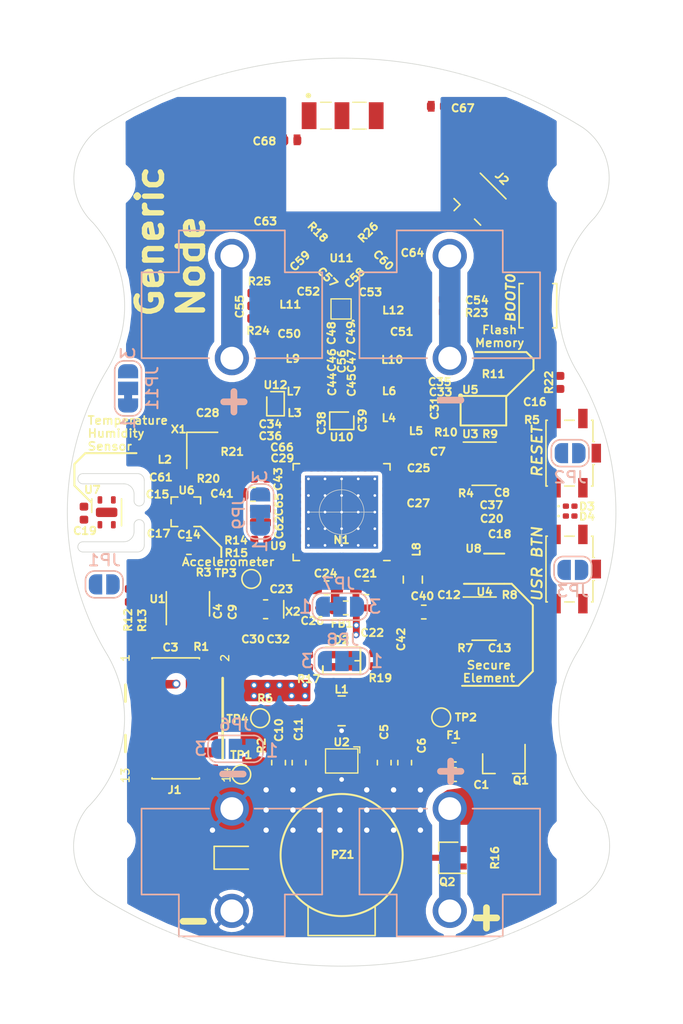
<source format=kicad_pcb>
(kicad_pcb (version 20171130) (host pcbnew "(5.1.6)-1")
  (layers (0 Top.HF mixed) (1 In1.GND power) (2 In2.PWR mixed) (31 B.LF mixed) (34 B.Paste user) (35 F.Paste user) (36 B.SilkS user) (37 F.SilkS user) (38 B.Mask user) (39 F.Mask user) (44 Edge.Cuts user))
  (net 0 "")
  (net 1 "Net-(AE1-Pad1)")
  (net 2 GND)
  (net 3 +BATT)
  (net 4 VDD)
  (net 5 "Net-(C13-Pad2)")
  (net 6 "Net-(C38-Pad2)")
  (net 7 "Net-(C44-Pad2)")
  (net 8 "Net-(C45-Pad2)")
  (net 9 "Net-(C46-Pad2)")
  (net 10 "Net-(C47-Pad2)")
  (net 11 /Peripherals/VCC_FLASH)
  (net 12 /Peripherals/VCC_SEC_ELM)
  (net 13 "Net-(L3-Pad1)")
  (net 14 "Net-(Q2-Pad1)")
  (net 15 "Net-(R8-Pad2)")
  (net 16 "Net-(R10-Pad2)")
  (net 17 "Net-(BH1-Pad1)")
  (net 18 "Net-(BH2-Pad1)")
  (net 19 "Net-(C1-Pad2)")
  (net 20 "Net-(C4-Pad2)")
  (net 21 "Net-(C8-Pad2)")
  (net 22 "Net-(C10-Pad2)")
  (net 23 VDDA)
  (net 24 OSC_IN)
  (net 25 OSC32_IN)
  (net 26 OSC32_OUT)
  (net 27 NRST)
  (net 28 "Net-(C31-Pad2)")
  (net 29 VDDRF1V55)
  (net 30 VDDRF)
  (net 31 "Net-(C50-Pad2)")
  (net 32 "Net-(C51-Pad2)")
  (net 33 PB0_VDD_TCXO)
  (net 34 "Net-(C57-Pad2)")
  (net 35 VDDPA)
  (net 36 "Net-(L4-Pad1)")
  (net 37 VLXSMPS)
  (net 38 "Net-(R3-Pad2)")
  (net 39 "Net-(R5-Pad2)")
  (net 40 FE_CTRL1)
  (net 41 FE_CTRL2)
  (net 42 "/LoRa MCU/PB2")
  (net 43 "/LoRa MCU/PB3")
  (net 44 "Net-(C23-Pad1)")
  (net 45 "Net-(C28-Pad2)")
  (net 46 "Net-(C33-Pad2)")
  (net 47 "Net-(C33-Pad1)")
  (net 48 "Net-(C34-Pad2)")
  (net 49 "Net-(C39-Pad1)")
  (net 50 "Net-(C52-Pad2)")
  (net 51 "Net-(C53-Pad2)")
  (net 52 "Net-(C54-Pad2)")
  (net 53 "Net-(C55-Pad2)")
  (net 54 "Net-(C56-Pad2)")
  (net 55 "Net-(C57-Pad1)")
  (net 56 "Net-(C58-Pad2)")
  (net 57 "Net-(C64-Pad2)")
  (net 58 "Net-(D1-Pad2)")
  (net 59 "Net-(D2-Pad3)")
  (net 60 "Net-(D2-Pad1)")
  (net 61 "/LoRa MCU/PB4")
  (net 62 "/LoRa MCU/PB6")
  (net 63 "Net-(R9-Pad2)")
  (net 64 "/LoRa MCU/I2C1_SDA")
  (net 65 "/LoRa MCU/I2C1_SCL")
  (net 66 "/LoRa MCU/I2C2_SCL")
  (net 67 "/LoRa MCU/I2C2_SDA")
  (net 68 /Peripherals/LED_R)
  (net 69 /Peripherals/LED_B)
  (net 70 /Peripherals/SCLK)
  (net 71 /Peripherals/MOSI)
  (net 72 /Peripherals/MISO)
  (net 73 /Peripherals/ACCEL_INT1)
  (net 74 "Net-(C29-Pad1)")
  (net 75 "/LoRa MCU/SWDIO")
  (net 76 "/LoRa MCU/SWCLK")
  (net 77 "/LoRa MCU/SWO")
  (net 78 "/LoRa MCU/JTDI")
  (net 79 "/LoRa MCU/USART2_TxD")
  (net 80 "/LoRa MCU/USART2_RxD")
  (net 81 "Net-(JP6-Pad2)")
  (net 82 /Peripherals/BUZZER)
  (net 83 "Net-(JP8-Pad2)")
  (net 84 /Peripherals/ACCEL_INT2)
  (net 85 "Net-(JP9-Pad2)")
  (net 86 BOOT0)
  (net 87 "Net-(JP10-Pad2)")
  (net 88 "Net-(JP11-Pad2)")
  (net 89 FE_CTRL3)
  (net 90 "Net-(L1-Pad1)")
  (net 91 "Net-(L1-Pad2)")
  (net 92 "Net-(R21-Pad2)")
  (net 93 "/LoRa MCU/PB12")
  (net 94 /Peripherals/FlashCS)
  (net 95 /Peripherals/VCC_SENSORS)
  (net 96 "Net-(AE1-Pad3)")
  (net 97 "/LoRa MCU/PB7")
  (module node-lib-v1:BAT_BK-92 (layer B.LF) (at 147.75904 124.9633)
    (fp_text reference BH1 hide)
    (fp_text value Battery_Cell+ hide)
    (pad 1 thru_hole circle (at 0 -3.81) (size 2.55 2.55) (drill 1.7) (layers *.Cu *.Mask) (net 17 "Net-(BH1-Pad1)"))
    (pad 1 thru_hole circle (at 0 3.81) (size 2.55 2.55) (drill 1.7) (layers *.Cu *.Mask) (net 17 "Net-(BH1-Pad1)"))
  )
  (module node-lib-v1:BAT_BK-92 (layer B.LF) (at 131.51904 124.9633)
    (fp_text reference BH4 hide)
    (fp_text value Battery_Cell- hide)
    (pad 1 thru_hole circle (at 0 -3.81) (size 2.55 2.55) (drill 1.7) (layers *.Cu *.Mask) (net 2 GND))
    (pad 1 thru_hole circle (at 0 3.81) (size 2.55 2.55) (drill 1.7) (layers *.Cu *.Mask) (net 2 GND))
  )
  (module node-lib-v1:BAT_BK-92 (layer B.LF) (at 147.75904 83.77974 180)
    (fp_text reference BH2)
    (fp_text value Battery_Cell- hide)
    (pad 1 thru_hole circle (at 0 -3.81 180) (size 2.55 2.55) (drill 1.7) (layers *.Cu *.Mask) (net 18 "Net-(BH2-Pad1)"))
    (pad 1 thru_hole circle (at 0 3.81 180) (size 2.55 2.55) (drill 1.7) (layers *.Cu *.Mask) (net 18 "Net-(BH2-Pad1)"))
  )
  (module node-lib-v1:BAT_BK-92 (layer B.LF) (at 131.51904 83.77974 180)
    (fp_text reference BH3)
    (fp_text value Battery_Cell+ hide)
    (pad 1 thru_hole circle (at 0 -3.81 180) (size 2.55 2.55) (drill 1.7) (layers *.Cu *.Mask) (net 18 "Net-(BH2-Pad1)"))
    (pad 1 thru_hole circle (at 0 3.81 180) (size 2.55 2.55) (drill 1.7) (layers *.Cu *.Mask) (net 18 "Net-(BH2-Pad1)"))
  )
  (module Package_DFN_QFN:DFN-8-1EP_3x2mm_P0.5mm_EP1.3x1.5mm (layer Top.HF) (at 150.3205 103.2764)
    (fp_text reference U8 (at -0.7907 -1.4986) (layer F.SilkS) (effects (font (size 0.55 0.6))))
    (fp_text value ATECC608A-TNGLORAU hide)
    (pad 9 smd rect (at 0 0) (size 1.3 1.5) (layers Top.HF F.Mask) (net 2 GND))
    (pad 8 smd rect (at 1.45 -0.75) (size 0.75 0.3) (layers Top.HF F.Paste F.Mask) (net 12 /Peripherals/VCC_SEC_ELM))
    (pad 7 smd rect (at 1.45 -0.25) (size 0.75 0.3) (layers Top.HF F.Paste F.Mask))
    (pad 6 smd rect (at 1.45 0.25) (size 0.75 0.3) (layers Top.HF F.Paste F.Mask) (net 66 "/LoRa MCU/I2C2_SCL"))
    (pad 5 smd rect (at 1.45 0.75) (size 0.75 0.3) (layers Top.HF F.Paste F.Mask) (net 67 "/LoRa MCU/I2C2_SDA"))
    (pad 4 smd rect (at -1.45 0.75) (size 0.75 0.3) (layers Top.HF F.Paste F.Mask) (net 2 GND))
    (pad 3 smd rect (at -1.45 0.25) (size 0.75 0.3) (layers Top.HF F.Paste F.Mask))
    (pad 2 smd rect (at -1.45 -0.25) (size 0.75 0.3) (layers Top.HF F.Paste F.Mask))
    (pad 1 smd rect (at -1.45 -0.75) (size 0.75 0.3) (layers Top.HF F.Paste F.Mask))
  )
  (module Package_LGA:LGA-12_2x2mm_P0.5mm (layer Top.HF) (at 128.0922 99.0346 180)
    (fp_text reference U6 (at -0.0508 1.6002) (layer F.SilkS) (effects (font (size 0.55 0.6))))
    (fp_text value LIS2DH12 hide)
    (pad 12 smd rect (at -0.25 -0.7625 270) (size 0.375 0.35) (layers Top.HF F.Paste F.Mask) (net 73 /Peripherals/ACCEL_INT1))
    (pad 11 smd rect (at 0.25 -0.7625 270) (size 0.375 0.35) (layers Top.HF F.Paste F.Mask) (net 84 /Peripherals/ACCEL_INT2))
    (pad 6 smd rect (at 0.25 0.7625 270) (size 0.375 0.35) (layers Top.HF F.Paste F.Mask) (net 2 GND))
    (pad 5 smd rect (at -0.25 0.7625 270) (size 0.375 0.35) (layers Top.HF F.Paste F.Mask) (net 2 GND))
    (pad 10 smd rect (at 0.7625 -0.75 180) (size 0.375 0.35) (layers Top.HF F.Paste F.Mask) (net 95 /Peripherals/VCC_SENSORS))
    (pad 1 smd rect (at -0.7625 -0.75 180) (size 0.375 0.35) (layers Top.HF F.Paste F.Mask) (net 65 "/LoRa MCU/I2C1_SCL"))
    (pad 7 smd rect (at 0.7625 0.75 180) (size 0.375 0.35) (layers Top.HF F.Paste F.Mask) (net 2 GND))
    (pad 4 smd rect (at -0.7625 0.75 180) (size 0.375 0.35) (layers Top.HF F.Paste F.Mask) (net 64 "/LoRa MCU/I2C1_SDA"))
    (pad 8 smd rect (at 0.7625 0.25 180) (size 0.375 0.35) (layers Top.HF F.Paste F.Mask) (net 2 GND))
    (pad 9 smd rect (at 0.7625 -0.25 180) (size 0.375 0.35) (layers Top.HF F.Paste F.Mask) (net 95 /Peripherals/VCC_SENSORS))
    (pad 3 smd rect (at -0.7625 0.25 180) (size 0.375 0.35) (layers Top.HF F.Paste F.Mask) (net 95 /Peripherals/VCC_SENSORS))
    (pad 2 smd rect (at -0.7625 -0.25 180) (size 0.375 0.35) (layers Top.HF F.Paste F.Mask) (net 95 /Peripherals/VCC_SENSORS))
  )
  (module Connector_Coaxial:U.FL_Hirose_U.FL-R-SMT-1_Vertical (layer Top.HF) (at 149.6949 76.0603 45)
    (fp_text reference J2 (at 2.712037 0.053882 135) (layer F.SilkS) (effects (font (size 0.55 0.6))))
    (fp_text value U.FL-R-SMT-1 hide)
    (pad 2 smd rect (at 0.475 -1.475 45) (size 2.2 1.05) (layers Top.HF F.Paste F.Mask) (net 2 GND))
    (pad 1 smd rect (at -1.05 0 45) (size 1.05 1) (layers Top.HF F.Paste F.Mask) (net 57 "Net-(C64-Pad2)"))
    (pad 2 smd rect (at 0.475 1.475 45) (size 2.2 1.05) (layers Top.HF F.Paste F.Mask) (net 2 GND))
  )
  (module Capacitor_SMD:C_0402_1005Metric (layer Top.HF) (at 141.4874 80.2132 135)
    (fp_text reference C60 (at -0.987828 0.880065 135) (layer F.SilkS) (effects (font (size 0.55 0.6))))
    (fp_text value DNM hide)
    (pad 2 smd roundrect (at 0.485 0 135) (size 0.59 0.64) (layers Top.HF F.Paste F.Mask) (net 56 "Net-(C58-Pad2)"))
    (pad 1 smd roundrect (at -0.485 0 135) (size 0.59 0.64) (layers Top.HF F.Paste F.Mask) (net 2 GND))
  )
  (module Capacitor_SMD:C_0402_1005Metric (layer Top.HF) (at 140.0396 80.9498 45)
    (fp_text reference C58 (at -0.017961 0.915986 45) (layer F.SilkS) (effects (font (size 0.55 0.6))))
    (fp_text value DNM hide)
    (pad 2 smd roundrect (at 0.485 0 45) (size 0.59 0.64) (layers Top.HF F.Paste F.Mask) (net 56 "Net-(C58-Pad2)"))
    (pad 1 smd roundrect (at -0.485 0 45) (size 0.59 0.64) (layers Top.HF F.Paste F.Mask) (net 55 "Net-(C57-Pad1)"))
  )
  (module Capacitor_SMD:C_0402_1005Metric (layer Top.HF) (at 133.4516 83.693)
    (fp_text reference C55 (at -1.3462 0.0508 90) (layer F.SilkS) (effects (font (size 0.55 0.6))))
    (fp_text value 1nF hide)
    (pad 2 smd roundrect (at 0.485 0) (size 0.59 0.64) (layers Top.HF F.Paste F.Mask) (net 53 "Net-(C55-Pad2)"))
    (pad 1 smd roundrect (at -0.485 0) (size 0.59 0.64) (layers Top.HF F.Paste F.Mask) (net 2 GND))
  )
  (module Capacitor_SMD:C_0402_1005Metric (layer Top.HF) (at 147.724 83.2104 180)
    (fp_text reference C54 (at -2.055 -0.0635) (layer F.SilkS) (effects (font (size 0.55 0.6))))
    (fp_text value 1nF hide)
    (pad 2 smd roundrect (at 0.485 0 180) (size 0.59 0.64) (layers Top.HF F.Paste F.Mask) (net 52 "Net-(C54-Pad2)"))
    (pad 1 smd roundrect (at -0.485 0 180) (size 0.59 0.64) (layers Top.HF F.Paste F.Mask) (net 2 GND))
  )
  (module Capacitor_SMD:C_0603_1608Metric (layer Top.HF) (at 133.096 97.7392 180)
    (fp_text reference C41 (at 2.3114 0.0508) (layer F.SilkS) (effects (font (size 0.55 0.6))))
    (fp_text value 4.7uF hide)
    (pad 2 smd roundrect (at 0.7875 0 180) (size 0.875 0.95) (layers Top.HF F.Paste F.Mask) (net 2 GND))
    (pad 1 smd roundrect (at -0.7875 0 180) (size 0.875 0.95) (layers Top.HF F.Paste F.Mask) (net 30 VDDRF))
  )
  (module Capacitor_SMD:C_0603_1608Metric (layer Top.HF) (at 145.8234 106.5078)
    (fp_text reference C40 (at -0.107763 -1.185394 180) (layer F.SilkS) (effects (font (size 0.55 0.6))))
    (fp_text value 470nF hide)
    (pad 2 smd roundrect (at 0.7875 0) (size 0.875 0.95) (layers Top.HF F.Paste F.Mask) (net 2 GND))
    (pad 1 smd roundrect (at -0.7875 0) (size 0.875 0.95) (layers Top.HF F.Paste F.Mask) (net 29 VDDRF1V55))
  )
  (module Capacitor_SMD:C_0402_1005Metric (layer Top.HF) (at 132.4864 93.4466 180)
    (fp_text reference C36 (at -1.905 0.0508 180) (layer F.SilkS) (effects (font (size 0.55 0.6))))
    (fp_text value 68nF hide)
    (pad 2 smd roundrect (at 0.485 0 180) (size 0.59 0.64) (layers Top.HF F.Paste F.Mask) (net 2 GND))
    (pad 1 smd roundrect (at -0.485 0 180) (size 0.59 0.64) (layers Top.HF F.Paste F.Mask) (net 48 "Net-(C34-Pad2)"))
  )
  (module Capacitor_SMD:C_0402_1005Metric (layer Top.HF) (at 145.0942 89.1286 180)
    (fp_text reference C35 (at -1.921 -0.2286) (layer F.SilkS) (effects (font (size 0.55 0.6))))
    (fp_text value DNM hide)
    (pad 2 smd roundrect (at 0.485 0 180) (size 0.59 0.64) (layers Top.HF F.Paste F.Mask) (net 2 GND))
    (pad 1 smd roundrect (at -0.485 0 180) (size 0.59 0.64) (layers Top.HF F.Paste F.Mask) (net 46 "Net-(C33-Pad2)"))
  )
  (module Capacitor_SMD:C_0402_1005Metric (layer Top.HF) (at 132.4864 92.5068)
    (fp_text reference C34 (at 1.905 0) (layer F.SilkS) (effects (font (size 0.55 0.6))))
    (fp_text value 47nF hide)
    (pad 2 smd roundrect (at 0.485 0) (size 0.59 0.64) (layers Top.HF F.Paste F.Mask) (net 48 "Net-(C34-Pad2)"))
    (pad 1 smd roundrect (at -0.485 0) (size 0.59 0.64) (layers Top.HF F.Paste F.Mask) (net 2 GND))
  )
  (module Capacitor_SMD:C_0402_1005Metric (layer Top.HF) (at 145.653 90.5764 90)
    (fp_text reference C33 (at 0.4572 1.4224 180) (layer F.SilkS) (effects (font (size 0.55 0.6))))
    (fp_text value 3.6pF hide)
    (pad 2 smd roundrect (at 0.485 0 90) (size 0.59 0.64) (layers Top.HF F.Paste F.Mask) (net 46 "Net-(C33-Pad2)"))
    (pad 1 smd roundrect (at -0.485 0 90) (size 0.59 0.64) (layers Top.HF F.Paste F.Mask) (net 47 "Net-(C33-Pad1)"))
  )
  (module Capacitor_SMD:C_0603_1608Metric (layer Top.HF) (at 138.5824 104.6988 180)
    (fp_text reference C24 (at 0.0762 1.0668) (layer F.SilkS) (effects (font (size 0.55 0.6))))
    (fp_text value 4.7uF hide)
    (pad 2 smd roundrect (at 0.7875 0 180) (size 0.875 0.95) (layers Top.HF F.Paste F.Mask) (net 2 GND))
    (pad 1 smd roundrect (at -0.7875 0 180) (size 0.875 0.95) (layers Top.HF F.Paste F.Mask) (net 23 VDDA))
  )
  (module Capacitor_SMD:C_0603_1608Metric (layer Top.HF) (at 141.5542 104.6988)
    (fp_text reference C21 (at -0.0762 -1.0668) (layer F.SilkS) (effects (font (size 0.55 0.6))))
    (fp_text value 4.7uF hide)
    (pad 2 smd roundrect (at 0.7875 0) (size 0.875 0.95) (layers Top.HF F.Paste F.Mask) (net 2 GND))
    (pad 1 smd roundrect (at -0.7875 0) (size 0.875 0.95) (layers Top.HF F.Paste F.Mask) (net 4 VDD))
  )
  (module Capacitor_SMD:C_0402_1005Metric (layer Top.HF) (at 152.7081 99.5172 180)
    (fp_text reference C20 (at 1.8161 -0.0381 180) (layer F.SilkS) (effects (font (size 0.55 0.6))))
    (fp_text value DNM hide)
    (pad 2 smd roundrect (at 0.485 0 180) (size 0.59 0.64) (layers Top.HF F.Paste F.Mask) (net 43 "/LoRa MCU/PB3"))
    (pad 1 smd roundrect (at -0.485 0 180) (size 0.59 0.64) (layers Top.HF F.Paste F.Mask) (net 2 GND))
  )
  (module Capacitor_SMD:C_0402_1005Metric (layer Top.HF) (at 120.4976 99.1362 270)
    (fp_text reference C19 (at 1.3208 -0.0762 180) (layer F.SilkS) (effects (font (size 0.55 0.6))))
    (fp_text value 100nF hide)
    (pad 2 smd roundrect (at 0.485 0 270) (size 0.59 0.64) (layers Top.HF F.Paste F.Mask) (net 95 /Peripherals/VCC_SENSORS))
    (pad 1 smd roundrect (at -0.485 0 270) (size 0.59 0.64) (layers Top.HF F.Paste F.Mask) (net 2 GND))
  )
  (module Capacitor_SMD:C_0402_1005Metric (layer Top.HF) (at 151.5016 101.4984)
    (fp_text reference C18 (at -0.0254 -0.8001) (layer F.SilkS) (effects (font (size 0.55 0.6))))
    (fp_text value 100nF hide)
    (pad 2 smd roundrect (at 0.485 0) (size 0.59 0.64) (layers Top.HF F.Paste F.Mask) (net 12 /Peripherals/VCC_SEC_ELM))
    (pad 1 smd roundrect (at -0.485 0) (size 0.59 0.64) (layers Top.HF F.Paste F.Mask) (net 2 GND))
  )
  (module Capacitor_SMD:C_0402_1005Metric (layer Top.HF) (at 126.365 101.9048 90)
    (fp_text reference C17 (at 1.247 -0.3048 180) (layer F.SilkS) (effects (font (size 0.55 0.6))))
    (fp_text value 100nF hide)
    (pad 2 smd roundrect (at 0.485 0 90) (size 0.59 0.64) (layers Top.HF F.Paste F.Mask) (net 95 /Peripherals/VCC_SENSORS))
    (pad 1 smd roundrect (at -0.485 0 90) (size 0.59 0.64) (layers Top.HF F.Paste F.Mask) (net 2 GND))
  )
  (module Capacitor_SMD:C_0402_1005Metric (layer Top.HF) (at 152.7462 91.5162 90)
    (fp_text reference C16 (at 0.6604 1.3556 180) (layer F.SilkS) (effects (font (size 0.55 0.6))))
    (fp_text value 100nF hide)
    (pad 2 smd roundrect (at 0.485 0 90) (size 0.59 0.64) (layers Top.HF F.Paste F.Mask) (net 11 /Peripherals/VCC_FLASH))
    (pad 1 smd roundrect (at -0.485 0 90) (size 0.59 0.64) (layers Top.HF F.Paste F.Mask) (net 2 GND))
  )
  (module Capacitor_SMD:C_0402_1005Metric (layer Top.HF) (at 126.0094 99.0346 270)
    (fp_text reference C15 (at -1.2954 0.0254 180) (layer F.SilkS) (effects (font (size 0.55 0.6))))
    (fp_text value 100nF hide)
    (pad 2 smd roundrect (at 0.485 0 270) (size 0.59 0.64) (layers Top.HF F.Paste F.Mask) (net 95 /Peripherals/VCC_SENSORS))
    (pad 1 smd roundrect (at -0.485 0 270) (size 0.59 0.64) (layers Top.HF F.Paste F.Mask) (net 2 GND))
  )
  (module node-lib-v1:NewAge_3inch_round (layer Top.HF) (at 139.7 99.06)
    (fp_text reference N1 (at -0.01 2.07) (layer F.SilkS) (effects (font (size 0.55 0.6))))
    (fp_text value NewAge_3inch_round hide)
  )
  (module Capacitor_SMD:C_0603_1608Metric (layer Top.HF) (at 148.082 118.618)
    (fp_text reference C1 (at 2.032 0.762) (layer F.SilkS) (effects (font (size 0.55 0.6))))
    (fp_text value 10uF hide)
    (pad 1 smd roundrect (at -0.7875 0) (size 0.875 0.95) (layers Top.HF F.Paste F.Mask) (net 2 GND))
    (pad 2 smd roundrect (at 0.7875 0) (size 0.875 0.95) (layers Top.HF F.Paste F.Mask) (net 19 "Net-(C1-Pad2)"))
  )
  (module Capacitor_SMD:C_0402_1005Metric (layer Top.HF) (at 130.5306 104.9274 90)
    (fp_text reference C4 (at -1.524 -0.0508 90) (layer F.SilkS) (effects (font (size 0.55 0.6))))
    (fp_text value DNM hide)
    (pad 1 smd roundrect (at -0.485 0 90) (size 0.59 0.64) (layers Top.HF F.Paste F.Mask) (net 4 VDD))
    (pad 2 smd roundrect (at 0.485 0 90) (size 0.59 0.64) (layers Top.HF F.Paste F.Mask) (net 20 "Net-(C4-Pad2)"))
  )
  (module Capacitor_SMD:C_0402_1005Metric (layer Top.HF) (at 147.9456 94.5896 270)
    (fp_text reference C7 (at -0.0357 1.0795 180) (layer F.SilkS) (effects (font (size 0.55 0.6))))
    (fp_text value 1uF hide)
    (pad 2 smd roundrect (at 0.485 0 270) (size 0.59 0.64) (layers Top.HF F.Paste F.Mask) (net 2 GND))
    (pad 1 smd roundrect (at -0.485 0 270) (size 0.59 0.64) (layers Top.HF F.Paste F.Mask) (net 4 VDD))
  )
  (module Capacitor_SMD:C_0402_1005Metric (layer Top.HF) (at 152.69032 96.88576 90)
    (fp_text reference C8 (at -0.72644 -1.03632 180) (layer F.SilkS) (effects (font (size 0.55 0.6))))
    (fp_text value DNM hide)
    (pad 1 smd roundrect (at -0.485 0 90) (size 0.59 0.64) (layers Top.HF F.Paste F.Mask) (net 4 VDD))
    (pad 2 smd roundrect (at 0.485 0 90) (size 0.59 0.64) (layers Top.HF F.Paste F.Mask) (net 21 "Net-(C8-Pad2)"))
  )
  (module Capacitor_SMD:C_0402_1005Metric (layer Top.HF) (at 131.5466 104.9274 270)
    (fp_text reference C9 (at 1.5748 -0.0254 270) (layer F.SilkS) (effects (font (size 0.55 0.6))))
    (fp_text value 100nF hide)
    (pad 2 smd roundrect (at 0.485 0 270) (size 0.59 0.64) (layers Top.HF F.Paste F.Mask) (net 2 GND))
    (pad 1 smd roundrect (at -0.485 0 270) (size 0.59 0.64) (layers Top.HF F.Paste F.Mask) (net 42 "/LoRa MCU/PB2"))
  )
  (module Capacitor_SMD:C_0402_1005Metric (layer Top.HF) (at 152.797 108.4477 90)
    (fp_text reference C13 (at -0.7469 -1.3208 180) (layer F.SilkS) (effects (font (size 0.55 0.6))))
    (fp_text value DNM hide)
    (pad 1 smd roundrect (at -0.485 0 90) (size 0.59 0.64) (layers Top.HF F.Paste F.Mask) (net 4 VDD))
    (pad 2 smd roundrect (at 0.485 0 90) (size 0.59 0.64) (layers Top.HF F.Paste F.Mask) (net 5 "Net-(C13-Pad2)"))
  )
  (module Capacitor_SMD:C_0402_1005Metric (layer Top.HF) (at 129.69 92.5322)
    (fp_text reference C28 (at 0.0254 -0.8636) (layer F.SilkS) (effects (font (size 0.55 0.6))))
    (fp_text value 10nF hide)
    (pad 1 smd roundrect (at -0.485 0) (size 0.59 0.64) (layers Top.HF F.Paste F.Mask) (net 2 GND))
    (pad 2 smd roundrect (at 0.485 0) (size 0.59 0.64) (layers Top.HF F.Paste F.Mask) (net 45 "Net-(C28-Pad2)"))
  )
  (module Capacitor_SMD:C_0402_1005Metric (layer Top.HF) (at 133.477 95.377)
    (fp_text reference C29 (at 1.8034 -0.3302 180) (layer F.SilkS) (effects (font (size 0.55 0.6))))
    (fp_text value 1nF hide)
    (pad 2 smd roundrect (at 0.485 0) (size 0.59 0.64) (layers Top.HF F.Paste F.Mask) (net 24 OSC_IN))
    (pad 1 smd roundrect (at -0.485 0) (size 0.59 0.64) (layers Top.HF F.Paste F.Mask) (net 74 "Net-(C29-Pad1)"))
  )
  (module Capacitor_SMD:C_0402_1005Metric (layer Top.HF) (at 133.1214 107.6452 180)
    (fp_text reference C30 (at 0.0254 -0.889) (layer F.SilkS) (effects (font (size 0.55 0.6))))
    (fp_text value 6.8pF hide)
    (pad 2 smd roundrect (at 0.485 0 180) (size 0.59 0.64) (layers Top.HF F.Paste F.Mask) (net 25 OSC32_IN))
    (pad 1 smd roundrect (at -0.485 0 180) (size 0.59 0.64) (layers Top.HF F.Paste F.Mask) (net 2 GND))
  )
  (module Capacitor_SMD:C_0402_1005Metric (layer Top.HF) (at 144.1798 91.0336)
    (fp_text reference C31 (at 2.4544 0.2794 270) (layer F.SilkS) (effects (font (size 0.55 0.6))))
    (fp_text value 2.7pF hide)
    (pad 1 smd roundrect (at -0.485 0) (size 0.59 0.64) (layers Top.HF F.Paste F.Mask) (net 2 GND))
    (pad 2 smd roundrect (at 0.485 0) (size 0.59 0.64) (layers Top.HF F.Paste F.Mask) (net 28 "Net-(C31-Pad2)"))
  )
  (module Capacitor_SMD:C_0402_1005Metric (layer Top.HF) (at 134.9502 107.6452)
    (fp_text reference C32 (at 0.0254 0.889) (layer F.SilkS) (effects (font (size 0.55 0.6))))
    (fp_text value 6.8pF hide)
    (pad 2 smd roundrect (at 0.485 0) (size 0.59 0.64) (layers Top.HF F.Paste F.Mask) (net 26 OSC32_OUT))
    (pad 1 smd roundrect (at -0.485 0) (size 0.59 0.64) (layers Top.HF F.Paste F.Mask) (net 2 GND))
  )
  (module Capacitor_SMD:C_0402_1005Metric (layer Top.HF) (at 152.7057 98.5647 180)
    (fp_text reference C37 (at 1.8518 0.0254) (layer F.SilkS) (effects (font (size 0.55 0.6))))
    (fp_text value 100nF hide)
    (pad 2 smd roundrect (at 0.485 0 180) (size 0.59 0.64) (layers Top.HF F.Paste F.Mask) (net 27 NRST))
    (pad 1 smd roundrect (at -0.485 0 180) (size 0.59 0.64) (layers Top.HF F.Paste F.Mask) (net 2 GND))
  )
  (module Capacitor_SMD:C_0402_1005Metric (layer Top.HF) (at 138.668 90.9701 180)
    (fp_text reference C38 (at 0.4572 -1.4605 90) (layer F.SilkS) (effects (font (size 0.55 0.6))))
    (fp_text value 33pF hide)
    (pad 1 smd roundrect (at -0.485 0 180) (size 0.59 0.64) (layers Top.HF F.Paste F.Mask) (net 2 GND))
    (pad 2 smd roundrect (at 0.485 0 180) (size 0.59 0.64) (layers Top.HF F.Paste F.Mask) (net 6 "Net-(C38-Pad2)"))
  )
  (module Capacitor_SMD:C_0402_1005Metric (layer Top.HF) (at 140.7635 90.9701 180)
    (fp_text reference C39 (at -0.4953 -1.2573 90) (layer F.SilkS) (effects (font (size 0.55 0.6))))
    (fp_text value 33pF hide)
    (pad 2 smd roundrect (at 0.485 0 180) (size 0.59 0.64) (layers Top.HF F.Paste F.Mask) (net 2 GND))
    (pad 1 smd roundrect (at -0.485 0 180) (size 0.59 0.64) (layers Top.HF F.Paste F.Mask) (net 49 "Net-(C39-Pad1)"))
  )
  (module Capacitor_SMD:C_0402_1005Metric (layer Top.HF) (at 137.652 89.1032 180)
    (fp_text reference C44 (at -1.3462 -0.4318 270) (layer F.SilkS) (effects (font (size 0.55 0.6))))
    (fp_text value 6.8pF hide)
    (pad 2 smd roundrect (at 0.485 0 180) (size 0.59 0.64) (layers Top.HF F.Paste F.Mask) (net 7 "Net-(C44-Pad2)"))
    (pad 1 smd roundrect (at -0.485 0 180) (size 0.59 0.64) (layers Top.HF F.Paste F.Mask) (net 2 GND))
  )
  (module Capacitor_SMD:C_0402_1005Metric (layer Top.HF) (at 141.7136 89.0778)
    (fp_text reference C45 (at -1.2676 0.508 90) (layer F.SilkS) (effects (font (size 0.55 0.6))))
    (fp_text value 5.6pF hide)
    (pad 2 smd roundrect (at 0.485 0) (size 0.59 0.64) (layers Top.HF F.Paste F.Mask) (net 8 "Net-(C45-Pad2)"))
    (pad 1 smd roundrect (at -0.485 0) (size 0.59 0.64) (layers Top.HF F.Paste F.Mask) (net 2 GND))
  )
  (module Capacitor_SMD:C_0402_1005Metric (layer Top.HF) (at 138.1092 87.7062 90)
    (fp_text reference C46 (at -0.0254 0.8636 270) (layer F.SilkS) (effects (font (size 0.55 0.6))))
    (fp_text value 2.4pF hide)
    (pad 1 smd roundrect (at -0.485 0 90) (size 0.59 0.64) (layers Top.HF F.Paste F.Mask) (net 7 "Net-(C44-Pad2)"))
    (pad 2 smd roundrect (at 0.485 0 90) (size 0.59 0.64) (layers Top.HF F.Paste F.Mask) (net 9 "Net-(C46-Pad2)"))
  )
  (module Capacitor_SMD:C_0402_1005Metric (layer Top.HF) (at 141.2588 87.680801 90)
    (fp_text reference C47 (at -0.126999 -0.8128 90) (layer F.SilkS) (effects (font (size 0.55 0.6))))
    (fp_text value 2.7pF hide)
    (pad 2 smd roundrect (at 0.485 0 90) (size 0.59 0.64) (layers Top.HF F.Paste F.Mask) (net 10 "Net-(C47-Pad2)"))
    (pad 1 smd roundrect (at -0.485 0 90) (size 0.59 0.64) (layers Top.HF F.Paste F.Mask) (net 8 "Net-(C45-Pad2)"))
  )
  (module Capacitor_SMD:C_0402_1005Metric (layer Top.HF) (at 138.1346 85.8012 270)
    (fp_text reference C48 (at -0.0762 -0.8128 90) (layer F.SilkS) (effects (font (size 0.55 0.6))))
    (fp_text value 3.9pF hide)
    (pad 2 smd roundrect (at 0.485 0 270) (size 0.59 0.64) (layers Top.HF F.Paste F.Mask) (net 9 "Net-(C46-Pad2)"))
    (pad 1 smd roundrect (at -0.485 0 270) (size 0.59 0.64) (layers Top.HF F.Paste F.Mask) (net 2 GND))
  )
  (module Capacitor_SMD:C_0402_1005Metric (layer Top.HF) (at 141.2334 85.8266 270)
    (fp_text reference C49 (at -0.127 0.8382 90) (layer F.SilkS) (effects (font (size 0.55 0.6))))
    (fp_text value 3.3pF hide)
    (pad 1 smd roundrect (at -0.485 0 270) (size 0.59 0.64) (layers Top.HF F.Paste F.Mask) (net 2 GND))
    (pad 2 smd roundrect (at 0.485 0 270) (size 0.59 0.64) (layers Top.HF F.Paste F.Mask) (net 10 "Net-(C47-Pad2)"))
  )
  (module Capacitor_SMD:C_0402_1005Metric (layer Top.HF) (at 137.144 85.8012 90)
    (fp_text reference C50 (at 0.0254 -1.3462 180) (layer F.SilkS) (effects (font (size 0.55 0.6))))
    (fp_text value 33pF hide)
    (pad 1 smd roundrect (at -0.485 0 90) (size 0.59 0.64) (layers Top.HF F.Paste F.Mask) (net 9 "Net-(C46-Pad2)"))
    (pad 2 smd roundrect (at 0.485 0 90) (size 0.59 0.64) (layers Top.HF F.Paste F.Mask) (net 31 "Net-(C50-Pad2)"))
  )
  (module Capacitor_SMD:C_0402_1005Metric (layer Top.HF) (at 142.1732 85.8266 90)
    (fp_text reference C51 (at 0.2032 2.0066 180) (layer F.SilkS) (effects (font (size 0.55 0.6))))
    (fp_text value 33pF hide)
    (pad 2 smd roundrect (at 0.485 0 90) (size 0.59 0.64) (layers Top.HF F.Paste F.Mask) (net 32 "Net-(C51-Pad2)"))
    (pad 1 smd roundrect (at -0.485 0 90) (size 0.59 0.64) (layers Top.HF F.Paste F.Mask) (net 10 "Net-(C47-Pad2)"))
  )
  (module Capacitor_SMD:C_0402_1005Metric (layer Top.HF) (at 138.16 83.9724 90)
    (fp_text reference C52 (at 1.3462 -0.9398 180) (layer F.SilkS) (effects (font (size 0.55 0.6))))
    (fp_text value 2.7pF hide)
    (pad 2 smd roundrect (at 0.485 0 90) (size 0.59 0.64) (layers Top.HF F.Paste F.Mask) (net 50 "Net-(C52-Pad2)"))
    (pad 1 smd roundrect (at -0.485 0 90) (size 0.59 0.64) (layers Top.HF F.Paste F.Mask) (net 2 GND))
  )
  (module Capacitor_SMD:C_0402_1005Metric (layer Top.HF) (at 141.2334 83.9724 90)
    (fp_text reference C53 (at 1.2954 0.6096 180) (layer F.SilkS) (effects (font (size 0.55 0.6))))
    (fp_text value 1.3pF hide)
    (pad 1 smd roundrect (at -0.485 0 90) (size 0.59 0.64) (layers Top.HF F.Paste F.Mask) (net 2 GND))
    (pad 2 smd roundrect (at 0.485 0 90) (size 0.59 0.64) (layers Top.HF F.Paste F.Mask) (net 51 "Net-(C53-Pad2)"))
  )
  (module Capacitor_SMD:C_0402_1005Metric (layer Top.HF) (at 139.6332 85.9536 90)
    (fp_text reference C56 (at -1.8796 0.0762 90) (layer F.SilkS) (effects (font (size 0.55 0.6))))
    (fp_text value 1nF hide)
    (pad 1 smd roundrect (at -0.485 0 90) (size 0.59 0.64) (layers Top.HF F.Paste F.Mask) (net 2 GND))
    (pad 2 smd roundrect (at 0.485 0 90) (size 0.59 0.64) (layers Top.HF F.Paste F.Mask) (net 54 "Net-(C56-Pad2)"))
  )
  (module Capacitor_SMD:C_0402_1005Metric (layer Top.HF) (at 139.3538 80.9244 135)
    (fp_text reference C57 (at 0.053882 -0.951907 135) (layer F.SilkS) (effects (font (size 0.55 0.6))))
    (fp_text value 33pF hide)
    (pad 1 smd roundrect (at -0.485 0 135) (size 0.59 0.64) (layers Top.HF F.Paste F.Mask) (net 55 "Net-(C57-Pad1)"))
    (pad 2 smd roundrect (at 0.485 0 135) (size 0.59 0.64) (layers Top.HF F.Paste F.Mask) (net 34 "Net-(C57-Pad2)"))
  )
  (module Diode_SMD:D_SOD-323 (layer Top.HF) (at 131.699 124.8156)
    (fp_text reference D1)
    (fp_text value 1N4148WS hide)
    (pad 1 smd rect (at -1.05 0) (size 0.6 0.45) (layers Top.HF F.Paste F.Mask) (net 4 VDD))
    (pad 2 smd rect (at 1.05 0) (size 0.6 0.45) (layers Top.HF F.Paste F.Mask) (net 58 "Net-(D1-Pad2)"))
  )
  (module Inductor_SMD:L_0603_1608Metric (layer Top.HF) (at 140.0048 106.1974)
    (fp_text reference FB1 (at -0.279501 1.1684) (layer F.SilkS) (effects (font (size 0.55 0.6))))
    (fp_text value "600R @100MHz" hide)
    (pad 1 smd roundrect (at -0.7875 0) (size 0.875 0.95) (layers Top.HF F.Paste F.Mask) (net 23 VDDA))
    (pad 2 smd roundrect (at 0.7875 0) (size 0.875 0.95) (layers Top.HF F.Paste F.Mask) (net 4 VDD))
  )
  (module MountingHole:MountingHole_2.5mm (layer Top.HF) (at 156.81198 123.51004)
    (fp_text reference H1)
    (fp_text value MountingHole hide)
    (pad 1 np_thru_hole circle (at 0 0) (size 2.5 2.5) (drill 2.5) (layers *.Cu *.Mask))
  )
  (module MountingHole:MountingHole_2.5mm (layer Top.HF) (at 122.58802 123.51004)
    (fp_text reference H2 hide)
    (fp_text value MountingHole hide)
    (pad 1 np_thru_hole circle (at 0 0) (size 2.5 2.5) (drill 2.5) (layers *.Cu *.Mask))
  )
  (module Inductor_SMD:L_0402_1005Metric (layer Top.HF) (at 127.508 94.9428 90)
    (fp_text reference L2 (at -0.2032 -0.9906 180) (layer F.SilkS) (effects (font (size 0.55 0.6))))
    (fp_text value "1400R @1GHz" hide)
    (pad 2 smd roundrect (at 0.485 0 90) (size 0.59 0.64) (layers Top.HF F.Paste F.Mask) (net 45 "Net-(C28-Pad2)"))
    (pad 1 smd roundrect (at -0.485 0 90) (size 0.59 0.64) (layers Top.HF F.Paste F.Mask) (net 33 PB0_VDD_TCXO))
  )
  (module Inductor_SMD:L_0402_1005Metric (layer Top.HF) (at 137.2075 91.4551 90)
    (fp_text reference L3 (at -0.2135 -1.016 180) (layer F.SilkS) (effects (font (size 0.55 0.6))))
    (fp_text value 3.6nH hide)
    (pad 1 smd roundrect (at -0.485 0 90) (size 0.59 0.64) (layers Top.HF F.Paste F.Mask) (net 13 "Net-(L3-Pad1)"))
    (pad 2 smd roundrect (at 0.485 0 90) (size 0.59 0.64) (layers Top.HF F.Paste F.Mask) (net 7 "Net-(C44-Pad2)"))
  )
  (module Inductor_SMD:L_0402_1005Metric (layer Top.HF) (at 142.224 91.4654 90)
    (fp_text reference L4 (at -0.5842 0.9906 180) (layer F.SilkS) (effects (font (size 0.55 0.6))))
    (fp_text value 3.3nH hide)
    (pad 1 smd roundrect (at -0.485 0 90) (size 0.59 0.64) (layers Top.HF F.Paste F.Mask) (net 36 "Net-(L4-Pad1)"))
    (pad 2 smd roundrect (at 0.485 0 90) (size 0.59 0.64) (layers Top.HF F.Paste F.Mask) (net 8 "Net-(C45-Pad2)"))
  )
  (module Inductor_SMD:L_0402_1005Metric (layer Top.HF) (at 145.1958 92.0496)
    (fp_text reference L5 (at 0.0508 0.9652) (layer F.SilkS) (effects (font (size 0.55 0.6))))
    (fp_text value 11nH hide)
    (pad 1 smd roundrect (at -0.485 0) (size 0.59 0.64) (layers Top.HF F.Paste F.Mask) (net 28 "Net-(C31-Pad2)"))
    (pad 2 smd roundrect (at 0.485 0) (size 0.59 0.64) (layers Top.HF F.Paste F.Mask) (net 47 "Net-(C33-Pad1)"))
  )
  (module Inductor_SMD:L_0402_1005Metric (layer Top.HF) (at 141.716 90.0176)
    (fp_text reference L6 (at 1.524 0.0254) (layer F.SilkS) (effects (font (size 0.55 0.6))))
    (fp_text value 47nH hide)
    (pad 2 smd roundrect (at 0.485 0) (size 0.59 0.64) (layers Top.HF F.Paste F.Mask) (net 8 "Net-(C45-Pad2)"))
    (pad 1 smd roundrect (at -0.485 0) (size 0.59 0.64) (layers Top.HF F.Paste F.Mask) (net 49 "Net-(C39-Pad1)"))
  )
  (module Inductor_SMD:L_0402_1005Metric (layer Top.HF) (at 137.652 90.0176 180)
    (fp_text reference L7 (at 1.524 -0.0508) (layer F.SilkS) (effects (font (size 0.55 0.6))))
    (fp_text value 47nH hide)
    (pad 2 smd roundrect (at 0.485 0 180) (size 0.59 0.64) (layers Top.HF F.Paste F.Mask) (net 7 "Net-(C44-Pad2)"))
    (pad 1 smd roundrect (at -0.485 0 180) (size 0.59 0.64) (layers Top.HF F.Paste F.Mask) (net 6 "Net-(C38-Pad2)"))
  )
  (module Inductor_SMD:L_0402_1005Metric (layer Top.HF) (at 137.144 87.6808 90)
    (fp_text reference L9 (at 0.0508 -1.0922 180) (layer F.SilkS) (effects (font (size 0.55 0.6))))
    (fp_text value 3.3nH hide)
    (pad 1 smd roundrect (at -0.485 0 90) (size 0.59 0.64) (layers Top.HF F.Paste F.Mask) (net 7 "Net-(C44-Pad2)"))
    (pad 2 smd roundrect (at 0.485 0 90) (size 0.59 0.64) (layers Top.HF F.Paste F.Mask) (net 9 "Net-(C46-Pad2)"))
  )
  (module Inductor_SMD:L_0402_1005Metric (layer Top.HF) (at 142.1732 87.6784 90)
    (fp_text reference L10 (at -0.0278 1.2954) (layer F.SilkS) (effects (font (size 0.55 0.6))))
    (fp_text value 3.3nH hide)
    (pad 1 smd roundrect (at -0.485 0 90) (size 0.59 0.64) (layers Top.HF F.Paste F.Mask) (net 8 "Net-(C45-Pad2)"))
    (pad 2 smd roundrect (at 0.485 0 90) (size 0.59 0.64) (layers Top.HF F.Paste F.Mask) (net 10 "Net-(C47-Pad2)"))
  )
  (module Inductor_SMD:L_0402_1005Metric (layer Top.HF) (at 137.144 83.947 90)
    (fp_text reference L11 (at 0.3556 -1.27 180) (layer F.SilkS) (effects (font (size 0.55 0.6))))
    (fp_text value 6.8nH hide)
    (pad 1 smd roundrect (at -0.485 0 90) (size 0.59 0.64) (layers Top.HF F.Paste F.Mask) (net 31 "Net-(C50-Pad2)"))
    (pad 2 smd roundrect (at 0.485 0 90) (size 0.59 0.64) (layers Top.HF F.Paste F.Mask) (net 50 "Net-(C52-Pad2)"))
  )
  (module Package_TO_SOT_SMD:SOT-23 (layer Top.HF) (at 151.7904 117.7798 270)
    (fp_text reference Q1 (at 1.27 -1.27 180) (layer F.SilkS) (effects (font (size 0.55 0.6))))
    (fp_text value SI2323DS hide)
    (pad 1 smd rect (at -1 -0.95 270) (size 0.9 0.8) (layers Top.HF F.Paste F.Mask) (net 2 GND))
    (pad 2 smd rect (at -1 0.95 270) (size 0.9 0.8) (layers Top.HF F.Paste F.Mask) (net 19 "Net-(C1-Pad2)"))
    (pad 3 smd rect (at 1 0 270) (size 0.9 0.8) (layers Top.HF F.Paste F.Mask) (net 17 "Net-(BH1-Pad1)"))
  )
  (module Package_TO_SOT_SMD:SOT-323_SC-70 (layer Top.HF) (at 147.6756 124.8156 180)
    (fp_text reference Q2 (at 0.1016 -1.8034) (layer F.SilkS) (effects (font (size 0.55 0.6))))
    (fp_text value 2SC4213 hide)
    (pad 1 smd rect (at -1 -0.65 90) (size 0.45 0.7) (layers Top.HF F.Paste F.Mask) (net 14 "Net-(Q2-Pad1)"))
    (pad 2 smd rect (at -1 0.65 90) (size 0.45 0.7) (layers Top.HF F.Paste F.Mask) (net 2 GND))
    (pad 3 smd rect (at 1 0 90) (size 0.45 0.7) (layers Top.HF F.Paste F.Mask) (net 58 "Net-(D1-Pad2)"))
  )
  (module Resistor_SMD:R_0402_1005Metric (layer Top.HF) (at 129.1614 108.2548)
    (fp_text reference R1 (at 0.0738 0.8382) (layer F.SilkS) (effects (font (size 0.55 0.6))))
    (fp_text value 100K hide)
    (pad 2 smd roundrect (at 0.485 0) (size 0.59 0.64) (layers Top.HF F.Paste F.Mask) (net 93 "/LoRa MCU/PB12"))
    (pad 1 smd roundrect (at -0.485 0) (size 0.59 0.64) (layers Top.HF F.Paste F.Mask) (net 2 GND))
  )
  (module Resistor_SMD:R_0402_1005Metric (layer Top.HF) (at 133.731 118.11 270)
    (fp_text reference R2 (at -1.651 0 270) (layer F.SilkS) (effects (font (size 0.55 0.6))))
    (fp_text value 100K hide)
    (pad 1 smd roundrect (at -0.485 0 270) (size 0.59 0.64) (layers Top.HF F.Paste F.Mask) (net 2 GND))
    (pad 2 smd roundrect (at 0.485 0 270) (size 0.59 0.64) (layers Top.HF F.Paste F.Mask) (net 61 "/LoRa MCU/PB4"))
  )
  (module Resistor_SMD:R_0402_1005Metric (layer Top.HF) (at 127.7596 103.505)
    (fp_text reference R3 (at 1.6534 0.0508) (layer F.SilkS) (effects (font (size 0.55 0.6))))
    (fp_text value 1K hide)
    (pad 2 smd roundrect (at 0.485 0) (size 0.59 0.64) (layers Top.HF F.Paste F.Mask) (net 38 "Net-(R3-Pad2)"))
    (pad 1 smd roundrect (at -0.485 0) (size 0.59 0.64) (layers Top.HF F.Paste F.Mask) (net 95 /Peripherals/VCC_SENSORS))
  )
  (module Resistor_SMD:R_0402_1005Metric (layer Top.HF) (at 147.94052 96.46412 270)
    (fp_text reference R4 (at 1.1938 -1.02108 180) (layer F.SilkS) (effects (font (size 0.55 0.6))))
    (fp_text value 100K hide)
    (pad 1 smd roundrect (at -0.485 0 270) (size 0.59 0.64) (layers Top.HF F.Paste F.Mask) (net 2 GND))
    (pad 2 smd roundrect (at 0.485 0 270) (size 0.59 0.64) (layers Top.HF F.Paste F.Mask) (net 97 "/LoRa MCU/PB7"))
  )
  (module Resistor_SMD:R_0402_1005Metric (layer Top.HF) (at 152.68524 95.01632 270)
    (fp_text reference R5 (at -2.82702 -1.20066 180) (layer F.SilkS) (effects (font (size 0.55 0.6))))
    (fp_text value 1K hide)
    (pad 2 smd roundrect (at 0.485 0 270) (size 0.59 0.64) (layers Top.HF F.Paste F.Mask) (net 39 "Net-(R5-Pad2)"))
    (pad 1 smd roundrect (at -0.485 0 270) (size 0.59 0.64) (layers Top.HF F.Paste F.Mask) (net 11 /Peripherals/VCC_FLASH))
  )
  (module Resistor_SMD:R_0402_1005Metric (layer Top.HF) (at 135.0734 113.4578 90)
    (fp_text reference R6 (at 0.5207 -1.0771 180) (layer F.SilkS) (effects (font (size 0.55 0.6))))
    (fp_text value 0R hide)
    (pad 1 smd roundrect (at -0.485 0 90) (size 0.59 0.64) (layers Top.HF F.Paste F.Mask) (net 22 "Net-(C10-Pad2)"))
    (pad 2 smd roundrect (at 0.485 0 90) (size 0.59 0.64) (layers Top.HF F.Paste F.Mask) (net 4 VDD))
  )
  (module Resistor_SMD:R_0402_1005Metric (layer Top.HF) (at 147.8694 108.4834 90)
    (fp_text reference R7 (at -0.7112 1.0414 180) (layer F.SilkS) (effects (font (size 0.55 0.6))))
    (fp_text value 100K hide)
    (pad 1 smd roundrect (at -0.485 0 90) (size 0.59 0.64) (layers Top.HF F.Paste F.Mask) (net 2 GND))
    (pad 2 smd roundrect (at 0.485 0 90) (size 0.59 0.64) (layers Top.HF F.Paste F.Mask) (net 62 "/LoRa MCU/PB6"))
  )
  (module Resistor_SMD:R_0402_1005Metric (layer Top.HF) (at 152.7843 106.5506 270)
    (fp_text reference R8 (at -1.3184 0.5621 180) (layer F.SilkS) (effects (font (size 0.55 0.6))))
    (fp_text value 1K hide)
    (pad 1 smd roundrect (at -0.485 0 270) (size 0.59 0.64) (layers Top.HF F.Paste F.Mask) (net 12 /Peripherals/VCC_SEC_ELM))
    (pad 2 smd roundrect (at 0.485 0 270) (size 0.59 0.64) (layers Top.HF F.Paste F.Mask) (net 15 "Net-(R8-Pad2)"))
  )
  (module Resistor_SMD:R_0402_1005Metric (layer Top.HF) (at 152.289 93.1926 180)
    (fp_text reference R9 (at 1.524 -0.0508) (layer F.SilkS) (effects (font (size 0.55 0.6))))
    (fp_text value DNM hide)
    (pad 1 smd roundrect (at -0.485 0 180) (size 0.59 0.64) (layers Top.HF F.Paste F.Mask) (net 11 /Peripherals/VCC_FLASH))
    (pad 2 smd roundrect (at 0.485 0 180) (size 0.59 0.64) (layers Top.HF F.Paste F.Mask) (net 63 "Net-(R9-Pad2)"))
  )
  (module Resistor_SMD:R_0402_1005Metric (layer Top.HF) (at 147.828 91.7678 270)
    (fp_text reference R10 (at 1.3486 0.3556 180) (layer F.SilkS) (effects (font (size 0.55 0.6))))
    (fp_text value DNM hide)
    (pad 1 smd roundrect (at -0.485 0 270) (size 0.59 0.64) (layers Top.HF F.Paste F.Mask) (net 11 /Peripherals/VCC_FLASH))
    (pad 2 smd roundrect (at 0.485 0 270) (size 0.59 0.64) (layers Top.HF F.Paste F.Mask) (net 16 "Net-(R10-Pad2)"))
  )
  (module Resistor_SMD:R_0402_1005Metric (layer Top.HF) (at 151.019 89.6366 180)
    (fp_text reference R11 (at 0 0.8636) (layer F.SilkS) (effects (font (size 0.55 0.6))))
    (fp_text value 10K hide)
    (pad 2 smd roundrect (at 0.485 0 180) (size 0.59 0.64) (layers Top.HF F.Paste F.Mask) (net 94 /Peripherals/FlashCS))
    (pad 1 smd roundrect (at -0.485 0 180) (size 0.59 0.64) (layers Top.HF F.Paste F.Mask) (net 11 /Peripherals/VCC_FLASH))
  )
  (module Resistor_SMD:R_0402_1005Metric (layer Top.HF) (at 123.8631 105.2703 90)
    (fp_text reference R12 (at -1.8288 -0.0762 90) (layer F.SilkS) (effects (font (size 0.55 0.6))))
    (fp_text value 4K7 hide)
    (pad 2 smd roundrect (at 0.485 0 90) (size 0.59 0.64) (layers Top.HF F.Paste F.Mask) (net 95 /Peripherals/VCC_SENSORS))
    (pad 1 smd roundrect (at -0.485 0 90) (size 0.59 0.64) (layers Top.HF F.Paste F.Mask) (net 64 "/LoRa MCU/I2C1_SDA"))
  )
  (module Resistor_SMD:R_0402_1005Metric (layer Top.HF) (at 124.805982 105.273382 270)
    (fp_text reference R13 (at 1.8542 -0.0254 90) (layer F.SilkS) (effects (font (size 0.55 0.6))))
    (fp_text value 4K7 hide)
    (pad 1 smd roundrect (at -0.485 0 270) (size 0.59 0.64) (layers Top.HF F.Paste F.Mask) (net 95 /Peripherals/VCC_SENSORS))
    (pad 2 smd roundrect (at 0.485 0 270) (size 0.59 0.64) (layers Top.HF F.Paste F.Mask) (net 65 "/LoRa MCU/I2C1_SCL"))
  )
  (module Resistor_SMD:R_0402_1005Metric (layer Top.HF) (at 133.6778 101.1428 180)
    (fp_text reference R14 (at 1.8518 -0.0254) (layer F.SilkS) (effects (font (size 0.55 0.6))))
    (fp_text value 4K7 hide)
    (pad 2 smd roundrect (at 0.485 0 180) (size 0.59 0.64) (layers Top.HF F.Paste F.Mask) (net 12 /Peripherals/VCC_SEC_ELM))
    (pad 1 smd roundrect (at -0.485 0 180) (size 0.59 0.64) (layers Top.HF F.Paste F.Mask) (net 66 "/LoRa MCU/I2C2_SCL"))
  )
  (module Resistor_SMD:R_0402_1005Metric (layer Top.HF) (at 133.6802 102.0826)
    (fp_text reference R15 (at -1.8288 0.0254) (layer F.SilkS) (effects (font (size 0.55 0.6))))
    (fp_text value 4K7 hide)
    (pad 1 smd roundrect (at -0.485 0) (size 0.59 0.64) (layers Top.HF F.Paste F.Mask) (net 12 /Peripherals/VCC_SEC_ELM))
    (pad 2 smd roundrect (at 0.485 0) (size 0.59 0.64) (layers Top.HF F.Paste F.Mask) (net 67 "/LoRa MCU/I2C2_SDA"))
  )
  (module Resistor_SMD:R_0402_1005Metric (layer Top.HF) (at 150.114 124.7775 270)
    (fp_text reference R16 (at 0.0405 -1.016 90) (layer F.SilkS) (effects (font (size 0.55 0.6))))
    (fp_text value 1K hide)
    (pad 1 smd roundrect (at -0.485 0 270) (size 0.59 0.64) (layers Top.HF F.Paste F.Mask) (net 82 /Peripherals/BUZZER))
    (pad 2 smd roundrect (at 0.485 0 270) (size 0.59 0.64) (layers Top.HF F.Paste F.Mask) (net 14 "Net-(Q2-Pad1)"))
  )
  (module Resistor_SMD:R_0402_1005Metric (layer Top.HF) (at 137.2489 110.1598 90)
    (fp_text reference R17 (at -1.3335 0 180) (layer F.SilkS) (effects (font (size 0.55 0.6))))
    (fp_text value 330R hide)
    (pad 2 smd roundrect (at 0.485 0 90) (size 0.59 0.64) (layers Top.HF F.Paste F.Mask) (net 68 /Peripherals/LED_R))
    (pad 1 smd roundrect (at -0.485 0 90) (size 0.59 0.64) (layers Top.HF F.Paste F.Mask) (net 60 "Net-(D2-Pad1)"))
  )
  (module Resistor_SMD:R_0402_1005Metric (layer Top.HF) (at 142.0749 110.0558 90)
    (fp_text reference R19 (at -1.374 0.508 180) (layer F.SilkS) (effects (font (size 0.55 0.6))))
    (fp_text value 100R hide)
    (pad 2 smd roundrect (at 0.485 0 90) (size 0.59 0.64) (layers Top.HF F.Paste F.Mask) (net 69 /Peripherals/LED_B))
    (pad 1 smd roundrect (at -0.485 0 90) (size 0.59 0.64) (layers Top.HF F.Paste F.Mask) (net 59 "Net-(D2-Pad3)"))
  )
  (module TestPoint:TestPoint_Pad_D1.0mm (layer Top.HF) (at 132.2234 118.6078)
    (fp_text reference TP1 (at 0 -1.448) (layer F.SilkS) (effects (font (size 0.55 0.6))))
    (fp_text value VBAT_READ hide)
    (pad 1 smd circle (at 0 0) (size 1 1) (layers Top.HF F.Mask) (net 61 "/LoRa MCU/PB4"))
  )
  (module TestPoint:TestPoint_Pad_D1.0mm (layer Top.HF) (at 147.1234 114.3578)
    (fp_text reference TP2 (at 1.8415 0) (layer F.SilkS) (effects (font (size 0.55 0.6))))
    (fp_text value VBAT hide)
    (pad 1 smd circle (at 0 0) (size 1 1) (layers Top.HF F.Mask) (net 3 +BATT))
  )
  (module TestPoint:TestPoint_Pad_D1.0mm (layer Top.HF) (at 132.969 104.0384 180)
    (fp_text reference TP3 (at 1.905 0.4318) (layer F.SilkS) (effects (font (size 0.55 0.6))))
    (fp_text value VBAT_ADC hide)
    (pad 1 smd circle (at 0 0 180) (size 1 1) (layers Top.HF F.Mask) (net 42 "/LoRa MCU/PB2"))
  )
  (module TestPoint:TestPoint_Pad_D1.0mm (layer Top.HF) (at 133.6294 114.4143)
    (fp_text reference TP4 (at -1.6891 0.0508) (layer F.SilkS) (effects (font (size 0.55 0.6))))
    (fp_text value VDD hide)
    (pad 1 smd circle (at 0 0) (size 1 1) (layers Top.HF F.Mask) (net 22 "Net-(C10-Pad2)"))
  )
  (module Package_TO_SOT_SMD:SOT-23-6 (layer Top.HF) (at 128.2446 105.8926 90)
    (fp_text reference U1 (at 0.3556 -2.2606 180) (layer F.SilkS) (effects (font (size 0.55 0.6))))
    (fp_text value TPS22917DBV hide)
    (pad 5 smd rect (at 1.1 0 90) (size 1.06 0.65) (layers Top.HF F.Paste F.Mask) (net 38 "Net-(R3-Pad2)"))
    (pad 6 smd rect (at 1.1 -0.95 90) (size 1.06 0.65) (layers Top.HF F.Paste F.Mask) (net 95 /Peripherals/VCC_SENSORS))
    (pad 4 smd rect (at 1.1 0.95 90) (size 1.06 0.65) (layers Top.HF F.Paste F.Mask) (net 20 "Net-(C4-Pad2)"))
    (pad 3 smd rect (at -1.1 0.95 90) (size 1.06 0.65) (layers Top.HF F.Paste F.Mask) (net 93 "/LoRa MCU/PB12"))
    (pad 2 smd rect (at -1.1 0 90) (size 1.06 0.65) (layers Top.HF F.Paste F.Mask) (net 2 GND))
    (pad 1 smd rect (at -1.1 -0.95 90) (size 1.06 0.65) (layers Top.HF F.Paste F.Mask) (net 4 VDD))
  )
  (module Package_TO_SOT_SMD:SOT-23-6 (layer Top.HF) (at 150.3205 95.4532)
    (fp_text reference U3 (at -1.0287 -2.2098) (layer F.SilkS) (effects (font (size 0.55 0.6))))
    (fp_text value TPS22917DBV hide)
    (pad 1 smd rect (at -1.1 -0.95) (size 1.06 0.65) (layers Top.HF F.Paste F.Mask) (net 4 VDD))
    (pad 2 smd rect (at -1.1 0) (size 1.06 0.65) (layers Top.HF F.Paste F.Mask) (net 2 GND))
    (pad 3 smd rect (at -1.1 0.95) (size 1.06 0.65) (layers Top.HF F.Paste F.Mask) (net 97 "/LoRa MCU/PB7"))
    (pad 4 smd rect (at 1.1 0.95) (size 1.06 0.65) (layers Top.HF F.Paste F.Mask) (net 21 "Net-(C8-Pad2)"))
    (pad 6 smd rect (at 1.1 -0.95) (size 1.06 0.65) (layers Top.HF F.Paste F.Mask) (net 11 /Peripherals/VCC_FLASH))
    (pad 5 smd rect (at 1.1 0) (size 1.06 0.65) (layers Top.HF F.Paste F.Mask) (net 39 "Net-(R5-Pad2)"))
  )
  (module Capacitor_SMD:C_0603_1608Metric (layer Top.HF) (at 144.399 117.729 90)
    (fp_text reference C2)
    (fp_text value 10uF hide)
    (pad 1 smd roundrect (at -0.7875 0 90) (size 0.875 0.95) (layers Top.HF F.Paste F.Mask) (net 2 GND))
    (pad 2 smd roundrect (at 0.7875 0 90) (size 0.875 0.95) (layers Top.HF F.Paste F.Mask) (net 3 +BATT))
  )
  (module Capacitor_SMD:C_0402_1005Metric (layer Top.HF) (at 127.3048 108.2548)
    (fp_text reference C3 (at -0.3556 0.889) (layer F.SilkS) (effects (font (size 0.55 0.6))))
    (fp_text value 1uF hide)
    (pad 2 smd roundrect (at 0.485 0) (size 0.59 0.64) (layers Top.HF F.Paste F.Mask) (net 2 GND))
    (pad 1 smd roundrect (at -0.485 0) (size 0.59 0.64) (layers Top.HF F.Paste F.Mask) (net 4 VDD))
  )
  (module Capacitor_SMD:C_0603_1608Metric (layer Top.HF) (at 142.875 117.729 270)
    (fp_text reference C5 (at -2.286 0 270) (layer F.SilkS) (effects (font (size 0.55 0.6))))
    (fp_text value 4.7uF hide)
    (pad 2 smd roundrect (at 0.7875 0 270) (size 0.875 0.95) (layers Top.HF F.Paste F.Mask) (net 2 GND))
    (pad 1 smd roundrect (at -0.7875 0 270) (size 0.875 0.95) (layers Top.HF F.Paste F.Mask) (net 3 +BATT))
  )
  (module Capacitor_SMD:C_0402_1005Metric (layer Top.HF) (at 145.669 118.2578 270)
    (fp_text reference C6 (at -1.801 0 270) (layer F.SilkS) (effects (font (size 0.55 0.6))))
    (fp_text value 100nF hide)
    (pad 1 smd roundrect (at -0.485 0 270) (size 0.59 0.64) (layers Top.HF F.Paste F.Mask) (net 3 +BATT))
    (pad 2 smd roundrect (at 0.485 0 270) (size 0.59 0.64) (layers Top.HF F.Paste F.Mask) (net 2 GND))
  )
  (module Capacitor_SMD:C_0603_1608Metric (layer Top.HF) (at 135.001 117.729 90)
    (fp_text reference C10 (at 2.4257 0.0254 90) (layer F.SilkS) (effects (font (size 0.55 0.6))))
    (fp_text value DNM hide)
    (pad 2 smd roundrect (at 0.7875 0 90) (size 0.875 0.95) (layers Top.HF F.Paste F.Mask) (net 22 "Net-(C10-Pad2)"))
    (pad 1 smd roundrect (at -0.7875 0 90) (size 0.875 0.95) (layers Top.HF F.Paste F.Mask) (net 2 GND))
  )
  (module Capacitor_SMD:C_0603_1608Metric (layer Top.HF) (at 136.525 117.729 90)
    (fp_text reference C11 (at 2.4892 -0.0381 90) (layer F.SilkS) (effects (font (size 0.55 0.6))))
    (fp_text value 22uF hide)
    (pad 1 smd roundrect (at -0.7875 0 90) (size 0.875 0.95) (layers Top.HF F.Paste F.Mask) (net 2 GND))
    (pad 2 smd roundrect (at 0.7875 0 90) (size 0.875 0.95) (layers Top.HF F.Paste F.Mask) (net 22 "Net-(C10-Pad2)"))
  )
  (module Capacitor_SMD:C_0402_1005Metric (layer Top.HF) (at 147.8694 106.5887 270)
    (fp_text reference C12 (at -1.3565 0.1684 180) (layer F.SilkS) (effects (font (size 0.55 0.6))))
    (fp_text value 1uF hide)
    (pad 2 smd roundrect (at 0.485 0 270) (size 0.59 0.64) (layers Top.HF F.Paste F.Mask) (net 2 GND))
    (pad 1 smd roundrect (at -0.485 0 270) (size 0.59 0.64) (layers Top.HF F.Paste F.Mask) (net 4 VDD))
  )
  (module Capacitor_SMD:C_0603_1608Metric (layer Top.HF) (at 128.3208 101.7016 180)
    (fp_text reference C14 (at 0 0.9652) (layer F.SilkS) (effects (font (size 0.55 0.6))))
    (fp_text value 10uF hide)
    (pad 1 smd roundrect (at -0.7875 0 180) (size 0.875 0.95) (layers Top.HF F.Paste F.Mask) (net 2 GND))
    (pad 2 smd roundrect (at 0.7875 0 180) (size 0.875 0.95) (layers Top.HF F.Paste F.Mask) (net 95 /Peripherals/VCC_SENSORS))
  )
  (module Capacitor_SMD:C_0402_1005Metric (layer Top.HF) (at 135.9154 77.3938)
    (fp_text reference C63 (at -1.905 0) (layer F.SilkS) (effects (font (size 0.55 0.6))))
    (fp_text value DNM hide)
    (pad 1 smd roundrect (at -0.485 0) (size 0.59 0.64) (layers Top.HF F.Paste F.Mask) (net 2 GND))
    (pad 2 smd roundrect (at 0.485 0) (size 0.59 0.64) (layers Top.HF F.Paste F.Mask) (net 1 "Net-(AE1-Pad1)"))
  )
  (module Capacitor_SMD:C_0402_1005Metric (layer Top.HF) (at 145.1069 78.3463 90)
    (fp_text reference C64 (at -1.397 -0.127 180) (layer F.SilkS) (effects (font (size 0.55 0.6))))
    (fp_text value DNM hide)
    (pad 1 smd roundrect (at -0.485 0 90) (size 0.59 0.64) (layers Top.HF F.Paste F.Mask) (net 2 GND))
    (pad 2 smd roundrect (at 0.485 0 90) (size 0.59 0.64) (layers Top.HF F.Paste F.Mask) (net 57 "Net-(C64-Pad2)"))
  )
  (module Inductor_SMD:L_0402_1005Metric (layer Top.HF) (at 142.1732 83.9748 90)
    (fp_text reference L12 (at -0.0484 1.3716 180) (layer F.SilkS) (effects (font (size 0.55 0.6))))
    (fp_text value 8.7nH hide)
    (pad 2 smd roundrect (at 0.485 0 90) (size 0.59 0.64) (layers Top.HF F.Paste F.Mask) (net 51 "Net-(C53-Pad2)"))
    (pad 1 smd roundrect (at -0.485 0 90) (size 0.59 0.64) (layers Top.HF F.Paste F.Mask) (net 32 "Net-(C51-Pad2)"))
  )
  (module Resistor_SMD:R_0402_1005Metric (layer Top.HF) (at 147.7264 84.1502)
    (fp_text reference R23 (at 2.032 0.0635) (layer F.SilkS) (effects (font (size 0.55 0.6))))
    (fp_text value 100R hide)
    (pad 1 smd roundrect (at -0.485 0) (size 0.59 0.64) (layers Top.HF F.Paste F.Mask) (net 52 "Net-(C54-Pad2)"))
    (pad 2 smd roundrect (at 0.485 0) (size 0.59 0.64) (layers Top.HF F.Paste F.Mask) (net 40 FE_CTRL1))
  )
  (module Resistor_SMD:R_0402_1005Metric (layer Top.HF) (at 133.4492 84.6328 180)
    (fp_text reference R24 (at -0.0278 -0.9144) (layer F.SilkS) (effects (font (size 0.55 0.6))))
    (fp_text value 100R hide)
    (pad 2 smd roundrect (at 0.485 0 180) (size 0.59 0.64) (layers Top.HF F.Paste F.Mask) (net 41 FE_CTRL2))
    (pad 1 smd roundrect (at -0.485 0 180) (size 0.59 0.64) (layers Top.HF F.Paste F.Mask) (net 53 "Net-(C55-Pad2)"))
  )
  (module Resistor_SMD:R_0402_1005Metric (layer Top.HF) (at 133.4619 82.7405)
    (fp_text reference R25 (at 0.1167 -0.8763) (layer F.SilkS) (effects (font (size 0.55 0.6))))
    (fp_text value 100R hide)
    (pad 1 smd roundrect (at -0.485 0) (size 0.59 0.64) (layers Top.HF F.Paste F.Mask) (net 88 "Net-(JP11-Pad2)"))
    (pad 2 smd roundrect (at 0.485 0) (size 0.59 0.64) (layers Top.HF F.Paste F.Mask) (net 54 "Net-(C56-Pad2)"))
  )
  (module Resistor_SMD:R_0402_1005Metric (layer Top.HF) (at 142.262053 78.803547 225)
    (fp_text reference R26 (at 0 0.826184 45) (layer F.SilkS) (effects (font (size 0.55 0.6))))
    (fp_text value 0R hide)
    (pad 2 smd roundrect (at 0.485 0 225) (size 0.59 0.64) (layers Top.HF F.Paste F.Mask) (net 56 "Net-(C58-Pad2)"))
    (pad 1 smd roundrect (at -0.485 0 225) (size 0.59 0.64) (layers Top.HF F.Paste F.Mask) (net 57 "Net-(C64-Pad2)"))
  )
  (module Package_TO_SOT_SMD:SOT-23-6 (layer Top.HF) (at 150.3205 106.9975)
    (fp_text reference U4 (at 0.0381 -1.9939) (layer F.SilkS) (effects (font (size 0.55 0.6))))
    (fp_text value TPS22917DBV hide)
    (pad 1 smd rect (at -1.1 -0.95) (size 1.06 0.65) (layers Top.HF F.Paste F.Mask) (net 4 VDD))
    (pad 2 smd rect (at -1.1 0) (size 1.06 0.65) (layers Top.HF F.Paste F.Mask) (net 2 GND))
    (pad 3 smd rect (at -1.1 0.95) (size 1.06 0.65) (layers Top.HF F.Paste F.Mask) (net 62 "/LoRa MCU/PB6"))
    (pad 4 smd rect (at 1.1 0.95) (size 1.06 0.65) (layers Top.HF F.Paste F.Mask) (net 5 "Net-(C13-Pad2)"))
    (pad 6 smd rect (at 1.1 -0.95) (size 1.06 0.65) (layers Top.HF F.Paste F.Mask) (net 12 /Peripherals/VCC_SEC_ELM))
    (pad 5 smd rect (at 1.1 0) (size 1.06 0.65) (layers Top.HF F.Paste F.Mask) (net 15 "Net-(R8-Pad2)"))
  )
  (module MountingHole:MountingHole_2.5mm (layer Top.HF) (at 156.8196 74.5998)
    (fp_text reference H3)
    (fp_text value MountingHole hide)
    (pad 1 np_thru_hole circle (at 0 0) (size 2.5 2.5) (drill 2.5) (layers *.Cu *.Mask))
  )
  (module MountingHole:MountingHole_2.5mm (layer Top.HF) (at 122.5804 74.5998)
    (fp_text reference H4)
    (fp_text value MountingHole hide)
    (pad 1 np_thru_hole circle (at 0 0) (size 2.5 2.5) (drill 2.5) (layers *.Cu *.Mask))
  )
  (module Jumper:SolderJumper-3_P1.3mm_Bridged12_RoundedPad1.0x1.5mm_NumberLabels (layer B.LF) (at 131.7879 116.7003 180)
    (fp_text reference JP6 (at 0 1.8 180) (layer B.SilkS) (effects (font (size 0.85 0.9)) (justify mirror)))
    (fp_text value JTDI)
    (fp_poly (pts (xy -0.9 0.3) (xy -0.4 0.3) (xy -0.4 -0.3) (xy -0.9 -0.3)) (layer B.LF) (width 0))
    (fp_text user 3 (at 2.6 0 180) (layer B.SilkS) (effects (justify mirror)))
    (fp_text user 1 (at -2.7305 -0.127 180) (layer B.SilkS) (effects (justify mirror)))
    (pad 3 smd custom (at 1.3 0 180) (size 1 0.5) (layers B.LF B.Mask) (net 78 "/LoRa MCU/JTDI") (options (clearance outline) (anchor rect)) (primitives (gr_circle (center 0 -0.25) (end 0.5 -0.25) (width 0)) (gr_circle (center 0 0.25) (end 0.5 0.25) (width 0)) (gr_poly (pts (xy -0.55 0.75) (xy 0 0.75) (xy 0 -0.75) (xy -0.55 -0.75)) (width 0))))
    (pad 2 smd rect (at 0 0 180) (size 1 1.5) (layers B.LF B.Mask) (net 81 "Net-(JP6-Pad2)"))
    (pad 1 smd custom (at -1.3 0 180) (size 1 0.5) (layers B.LF B.Mask) (net 82 /Peripherals/BUZZER) (options (clearance outline) (anchor rect)) (primitives (gr_poly (pts (xy 0.55 0.75) (xy 0 0.75) (xy 0 -0.75) (xy 0.55 -0.75)) (width 0)) (gr_circle (center 0 -0.25) (end 0.5 -0.25) (width 0)) (gr_circle (center 0 0.25) (end 0.5 0.25) (width 0))))
  )
  (module Jumper:SolderJumper-3_P1.3mm_Bridged12_RoundedPad1.0x1.5mm_NumberLabels (layer B.LF) (at 139.5734 106.1078)
    (fp_text reference JP7 (at -0.097 -1.7145) (layer B.SilkS) (effects (font (size 0.85 0.9)) (justify mirror)))
    (fp_text value VBAT)
    (fp_poly (pts (xy -0.9 0.3) (xy -0.4 0.3) (xy -0.4 -0.3) (xy -0.9 -0.3)) (layer B.LF) (width 0))
    (fp_text user 3 (at 2.6 0) (layer B.SilkS) (effects (justify mirror)))
    (fp_text user 1 (at -2.6 0) (layer B.SilkS) (effects (justify mirror)))
    (pad 3 smd custom (at 1.3 0) (size 1 0.5) (layers B.LF B.Mask) (net 3 +BATT) (options (clearance outline) (anchor rect)) (primitives (gr_circle (center 0 -0.25) (end 0.5 -0.25) (width 0)) (gr_circle (center 0 0.25) (end 0.5 0.25) (width 0)) (gr_poly (pts (xy -0.55 0.75) (xy 0 0.75) (xy 0 -0.75) (xy -0.55 -0.75)) (width 0))))
    (pad 2 smd rect (at 0 0) (size 1 1.5) (layers B.LF B.Mask) (net 44 "Net-(C23-Pad1)"))
    (pad 1 smd custom (at -1.3 0) (size 1 0.5) (layers B.LF B.Mask) (net 4 VDD) (options (clearance outline) (anchor rect)) (primitives (gr_poly (pts (xy 0.55 0.75) (xy 0 0.75) (xy 0 -0.75) (xy 0.55 -0.75)) (width 0)) (gr_circle (center 0 -0.25) (end 0.5 -0.25) (width 0)) (gr_circle (center 0 0.25) (end 0.5 0.25) (width 0))))
  )
  (module Jumper:SolderJumper-3_P1.3mm_Bridged12_RoundedPad1.0x1.5mm_NumberLabels (layer B.LF) (at 139.7254 110.1598 180)
    (fp_text reference JP8 (at -0.0635 1.5875) (layer B.SilkS) (effects (font (size 0.85 0.9)) (justify mirror)))
    (fp_text value SWO)
    (fp_poly (pts (xy -0.9 0.3) (xy -0.4 0.3) (xy -0.4 -0.3) (xy -0.9 -0.3)) (layer B.LF) (width 0))
    (fp_text user 1 (at -2.6 0) (layer B.SilkS) (effects (justify mirror)))
    (fp_text user 3 (at 2.6 0) (layer B.SilkS) (effects (justify mirror)))
    (pad 1 smd custom (at -1.3 0 180) (size 1 0.5) (layers B.LF B.Mask) (net 43 "/LoRa MCU/PB3") (options (clearance outline) (anchor rect)) (primitives (gr_poly (pts (xy 0.55 0.75) (xy 0 0.75) (xy 0 -0.75) (xy 0.55 -0.75)) (width 0)) (gr_circle (center 0 -0.25) (end 0.5 -0.25) (width 0)) (gr_circle (center 0 0.25) (end 0.5 0.25) (width 0))))
    (pad 2 smd rect (at 0 0 180) (size 1 1.5) (layers B.LF B.Mask) (net 83 "Net-(JP8-Pad2)"))
    (pad 3 smd custom (at 1.3 0 180) (size 1 0.5) (layers B.LF B.Mask) (net 77 "/LoRa MCU/SWO") (options (clearance outline) (anchor rect)) (primitives (gr_circle (center 0 -0.25) (end 0.5 -0.25) (width 0)) (gr_circle (center 0 0.25) (end 0.5 0.25) (width 0)) (gr_poly (pts (xy -0.55 0.75) (xy 0 0.75) (xy 0 -0.75) (xy -0.55 -0.75)) (width 0))))
  )
  (module Jumper:SolderJumper-3_P1.3mm_Bridged12_RoundedPad1.0x1.5mm_NumberLabels (layer B.LF) (at 133.6294 99.0138 90)
    (fp_text reference JP9 (at -0.127 -1.5875 270) (layer B.SilkS) (effects (font (size 0.85 0.9)) (justify mirror)))
    (fp_text value INT)
    (fp_poly (pts (xy -0.9 0.3) (xy -0.4 0.3) (xy -0.4 -0.3) (xy -0.9 -0.3)) (layer B.LF) (width 0))
    (fp_text user 1 (at -2.6 0 270) (layer B.SilkS) (effects (justify mirror)))
    (fp_text user 3 (at 2.6 0 270) (layer B.SilkS) (effects (justify mirror)))
    (pad 1 smd custom (at -1.3 0 90) (size 1 0.5) (layers B.LF B.Mask) (net 84 /Peripherals/ACCEL_INT2) (options (clearance outline) (anchor rect)) (primitives (gr_poly (pts (xy 0.55 0.75) (xy 0 0.75) (xy 0 -0.75) (xy 0.55 -0.75)) (width 0)) (gr_circle (center 0 -0.25) (end 0.5 -0.25) (width 0)) (gr_circle (center 0 0.25) (end 0.5 0.25) (width 0))))
    (pad 2 smd rect (at 0 0 90) (size 1 1.5) (layers B.LF B.Mask) (net 85 "Net-(JP9-Pad2)"))
    (pad 3 smd custom (at 1.3 0 90) (size 1 0.5) (layers B.LF B.Mask) (net 73 /Peripherals/ACCEL_INT1) (options (clearance outline) (anchor rect)) (primitives (gr_circle (center 0 -0.25) (end 0.5 -0.25) (width 0)) (gr_circle (center 0 0.25) (end 0.5 0.25) (width 0)) (gr_poly (pts (xy -0.55 0.75) (xy 0 0.75) (xy 0 -0.75) (xy -0.55 -0.75)) (width 0))))
  )
  (module Jumper:SolderJumper-3_P1.3mm_Bridged12_RoundedPad1.0x1.5mm_NumberLabels (layer B.LF) (at 123.7869 89.8398 90)
    (fp_text reference JP11 (at 0 1.8 90) (layer B.SilkS) (effects (font (size 0.85 0.9)) (justify mirror)))
    (fp_text value VDD_RF_SW)
    (fp_poly (pts (xy -0.9 0.3) (xy -0.4 0.3) (xy -0.4 -0.3) (xy -0.9 -0.3)) (layer B.LF) (width 0))
    (fp_text user 3 (at 2.6 0 90) (layer B.SilkS) (effects (justify mirror)))
    (fp_text user 1 (at -2.6 0 90) (layer B.SilkS) (effects (justify mirror)))
    (pad 3 smd custom (at 1.3 0 90) (size 1 0.5) (layers B.LF B.Mask) (net 30 VDDRF) (options (clearance outline) (anchor rect)) (primitives (gr_circle (center 0 -0.25) (end 0.5 -0.25) (width 0)) (gr_circle (center 0 0.25) (end 0.5 0.25) (width 0)) (gr_poly (pts (xy -0.55 0.75) (xy 0 0.75) (xy 0 -0.75) (xy -0.55 -0.75)) (width 0))))
    (pad 2 smd rect (at 0 0 90) (size 1 1.5) (layers B.LF B.Mask) (net 88 "Net-(JP11-Pad2)"))
    (pad 1 smd custom (at -1.3 0 90) (size 1 0.5) (layers B.LF B.Mask) (net 89 FE_CTRL3) (options (clearance outline) (anchor rect)) (primitives (gr_poly (pts (xy 0.55 0.75) (xy 0 0.75) (xy 0 -0.75) (xy 0.55 -0.75)) (width 0)) (gr_circle (center 0 -0.25) (end 0.5 -0.25) (width 0)) (gr_circle (center 0 0.25) (end 0.5 0.25) (width 0))))
  )
  (module Inductor_SMD:L_1008_2520Metric (layer Top.HF) (at 139.7 113.8682)
    (fp_text reference L1 (at 0 -1.6002) (layer F.SilkS) (effects (font (size 0.55 0.6))))
    (fp_text value "2.2 uH")
    (pad 1 smd roundrect (at -1.075 0) (size 1.25 2.2) (layers Top.HF F.Paste F.Mask) (roundrect_rratio 0.2) (net 90 "Net-(L1-Pad1)"))
    (pad 2 smd roundrect (at 1.075 0) (size 1.25 2.2) (layers Top.HF F.Paste F.Mask) (roundrect_rratio 0.2) (net 91 "Net-(L1-Pad2)"))
  )
  (module Inductor_SMD:L_0805_2012Metric (layer Top.HF) (at 145.00782 104.089993 270)
    (fp_text reference L8 (at -2.245064 -0.269408 90) (layer F.SilkS) (effects (font (size 0.55 0.6))))
    (fp_text value 15uH)
    (pad 1 smd roundrect (at -0.9375 0 270) (size 0.975 1.4) (layers Top.HF F.Paste F.Mask) (net 37 VLXSMPS))
    (pad 2 smd roundrect (at 0.9375 0 270) (size 0.975 1.4) (layers Top.HF F.Paste F.Mask) (net 29 VDDRF1V55))
  )
  (module Inductor_SMD:L_0402_1005Metric (layer Top.HF) (at 131.5974 96.5454 180)
    (fp_text reference R20 (at 1.8288 -0.0254) (layer F.SilkS) (effects (font (size 0.55 0.6))))
    (fp_text value DNM)
    (pad 1 smd roundrect (at -0.485 0 180) (size 0.59 0.64) (layers Top.HF F.Paste F.Mask) (net 24 OSC_IN))
    (pad 2 smd roundrect (at 0.485 0 180) (size 0.59 0.64) (layers Top.HF F.Paste F.Mask) (net 2 GND))
  )
  (module Inductor_SMD:L_0402_1005Metric (layer Top.HF) (at 131.572 95.377 180)
    (fp_text reference R21 (at 0.0254 0.8128) (layer F.SilkS) (effects (font (size 0.55 0.6))))
    (fp_text value 220R)
    (pad 2 smd roundrect (at 0.485 0 180) (size 0.59 0.64) (layers Top.HF F.Paste F.Mask) (net 92 "Net-(R21-Pad2)"))
    (pad 1 smd roundrect (at -0.485 0 180) (size 0.59 0.64) (layers Top.HF F.Paste F.Mask) (net 74 "Net-(C29-Pad1)"))
  )
  (module Inductor_SMD:L_0402_1005Metric (layer Top.HF) (at 155.9814 89.3953 90)
    (fp_text reference R22 (at 0.0024 -0.8255 90) (layer F.SilkS) (effects (font (size 0.55 0.6))))
    (fp_text value 10K)
    (pad 1 smd roundrect (at -0.485 0 90) (size 0.59 0.64) (layers Top.HF F.Paste F.Mask) (net 2 GND))
    (pad 2 smd roundrect (at 0.485 0 90) (size 0.59 0.64) (layers Top.HF F.Paste F.Mask) (net 87 "Net-(JP10-Pad2)"))
  )
  (module node-lib-v1:WLCSP-20-P3_1.994x1.609mm_Layout5x4_P0.4mm (layer Top.HF) (at 139.7 117.602 180)
    (fp_text reference U2 (at 0 1.397) (layer F.SilkS) (effects (font (size 0.55 0.6))))
    (fp_text value RP605Z283B)
    (pad D5 smd circle (at 0.8 -0.6 180) (size 0.21 0.21) (layers Top.HF F.Paste F.Mask) (net 42 "/LoRa MCU/PB2"))
    (pad C5 smd circle (at 0.8 -0.2 180) (size 0.21 0.21) (layers Top.HF F.Paste F.Mask) (net 22 "Net-(C10-Pad2)"))
    (pad B5 smd circle (at 0.8 0.2 180) (size 0.21 0.21) (layers Top.HF F.Paste F.Mask) (net 22 "Net-(C10-Pad2)"))
    (pad A5 smd circle (at 0.8 0.6 180) (size 0.21 0.21) (layers Top.HF F.Paste F.Mask) (net 22 "Net-(C10-Pad2)"))
    (pad D4 smd circle (at 0.4 -0.6 180) (size 0.21 0.21) (layers Top.HF F.Paste F.Mask) (net 61 "/LoRa MCU/PB4"))
    (pad C4 smd circle (at 0.4 -0.2 180) (size 0.21 0.21) (layers Top.HF F.Paste F.Mask) (net 90 "Net-(L1-Pad1)"))
    (pad B4 smd circle (at 0.4 0.2 180) (size 0.21 0.21) (layers Top.HF F.Paste F.Mask) (net 90 "Net-(L1-Pad1)"))
    (pad A4 smd circle (at 0.4 0.6 180) (size 0.21 0.21) (layers Top.HF F.Paste F.Mask) (net 90 "Net-(L1-Pad1)"))
    (pad D3 smd circle (at 0 -0.6 180) (size 0.21 0.21) (layers Top.HF F.Paste F.Mask) (net 2 GND))
    (pad C3 smd circle (at 0 -0.2 180) (size 0.21 0.21) (layers Top.HF F.Paste F.Mask) (net 2 GND))
    (pad B3 smd circle (at 0 0.2 180) (size 0.21 0.21) (layers Top.HF F.Paste F.Mask) (net 2 GND))
    (pad A3 smd circle (at 0 0.6 180) (size 0.21 0.21) (layers Top.HF F.Paste F.Mask) (net 2 GND))
    (pad D2 smd circle (at -0.4 -0.6 180) (size 0.21 0.21) (layers Top.HF F.Paste F.Mask) (net 3 +BATT))
    (pad C2 smd circle (at -0.4 -0.2 180) (size 0.21 0.21) (layers Top.HF F.Paste F.Mask) (net 91 "Net-(L1-Pad2)"))
    (pad B2 smd circle (at -0.4 0.2 180) (size 0.21 0.21) (layers Top.HF F.Paste F.Mask) (net 91 "Net-(L1-Pad2)"))
    (pad A2 smd circle (at -0.4 0.6 180) (size 0.21 0.21) (layers Top.HF F.Paste F.Mask) (net 91 "Net-(L1-Pad2)"))
    (pad D1 smd circle (at -0.8 -0.6 180) (size 0.21 0.21) (layers Top.HF F.Paste F.Mask) (net 3 +BATT))
    (pad C1 smd circle (at -0.8 -0.2 180) (size 0.21 0.21) (layers Top.HF F.Paste F.Mask) (net 3 +BATT))
    (pad B1 smd circle (at -0.8 0.2 180) (size 0.21 0.21) (layers Top.HF F.Paste F.Mask) (net 3 +BATT))
    (pad A1 smd circle (at -0.8 0.6 180) (size 0.21 0.21) (layers Top.HF F.Paste F.Mask) (net 3 +BATT))
  )
  (module Capacitor_SMD:C_0402_1005Metric (layer Top.HF) (at 142.0114 106.7054 270)
    (fp_text reference C22 (at 1.3462 0.0254) (layer F.SilkS) (effects (font (size 0.55 0.6))))
    (fp_text value 100nF)
    (pad 2 smd roundrect (at 0.485 0 270) (size 0.59 0.64) (layers Top.HF F.Paste F.Mask) (net 2 GND))
    (pad 1 smd roundrect (at -0.485 0 270) (size 0.59 0.64) (layers Top.HF F.Paste F.Mask) (net 4 VDD))
  )
  (module Capacitor_SMD:C_0402_1005Metric (layer Top.HF) (at 135.0518 103.886 180)
    (fp_text reference C23 (at -0.1524 -0.9144) (layer F.SilkS) (effects (font (size 0.55 0.6))))
    (fp_text value 100nF)
    (pad 1 smd roundrect (at -0.485 0 180) (size 0.59 0.64) (layers Top.HF F.Paste F.Mask) (net 44 "Net-(C23-Pad1)"))
    (pad 2 smd roundrect (at 0.485 0 180) (size 0.59 0.64) (layers Top.HF F.Paste F.Mask) (net 2 GND))
  )
  (module Capacitor_SMD:C_0402_1005Metric (layer Top.HF) (at 145.415 96.5962)
    (fp_text reference C25 (at 0.0254 -0.8128) (layer F.SilkS) (effects (font (size 0.55 0.6))))
    (fp_text value 100nF)
    (pad 1 smd roundrect (at -0.485 0) (size 0.59 0.64) (layers Top.HF F.Paste F.Mask) (net 4 VDD))
    (pad 2 smd roundrect (at 0.485 0) (size 0.59 0.64) (layers Top.HF F.Paste F.Mask) (net 2 GND))
  )
  (module Capacitor_SMD:C_0402_1005Metric (layer Top.HF) (at 137.5918 106.1974 180)
    (fp_text reference C26 (at 0.0762 -0.9652) (layer F.SilkS) (effects (font (size 0.55 0.6))))
    (fp_text value 100nF)
    (pad 1 smd roundrect (at -0.485 0 180) (size 0.59 0.64) (layers Top.HF F.Paste F.Mask) (net 23 VDDA))
    (pad 2 smd roundrect (at 0.485 0 180) (size 0.59 0.64) (layers Top.HF F.Paste F.Mask) (net 2 GND))
  )
  (module Capacitor_SMD:C_0402_1005Metric (layer Top.HF) (at 145.415 97.536)
    (fp_text reference C27 (at 0 0.8636) (layer F.SilkS) (effects (font (size 0.55 0.6))))
    (fp_text value 100nF)
    (pad 2 smd roundrect (at 0.485 0) (size 0.59 0.64) (layers Top.HF F.Paste F.Mask) (net 2 GND))
    (pad 1 smd roundrect (at -0.485 0) (size 0.59 0.64) (layers Top.HF F.Paste F.Mask) (net 4 VDD))
  )
  (module Capacitor_SMD:C_0402_1005Metric (layer Top.HF) (at 143.7734 106.7078 270)
    (fp_text reference C42 (at 1.831972 -0.35921 90) (layer F.SilkS) (effects (font (size 0.55 0.6))))
    (fp_text value 100nF)
    (pad 2 smd roundrect (at 0.485 0 270) (size 0.59 0.64) (layers Top.HF F.Paste F.Mask) (net 2 GND))
    (pad 1 smd roundrect (at -0.485 0 270) (size 0.59 0.64) (layers Top.HF F.Paste F.Mask) (net 29 VDDRF1V55))
  )
  (module Capacitor_SMD:C_0402_1005Metric (layer Top.HF) (at 133.6548 96.5454 180)
    (fp_text reference C43 (at -1.3208 -0.0508 270) (layer F.SilkS) (effects (font (size 0.55 0.6))))
    (fp_text value 100nF)
    (pad 1 smd roundrect (at -0.485 0 180) (size 0.59 0.64) (layers Top.HF F.Paste F.Mask) (net 30 VDDRF))
    (pad 2 smd roundrect (at 0.485 0 180) (size 0.59 0.64) (layers Top.HF F.Paste F.Mask) (net 2 GND))
  )
  (module Capacitor_SMD:C_0402_1005Metric (layer Top.HF) (at 128.016 96.4946)
    (fp_text reference C61 (at -1.778 -0.0254) (layer F.SilkS) (effects (font (size 0.55 0.6))))
    (fp_text value 100nF)
    (pad 2 smd roundrect (at 0.485 0) (size 0.59 0.64) (layers Top.HF F.Paste F.Mask) (net 2 GND))
    (pad 1 smd roundrect (at -0.485 0) (size 0.59 0.64) (layers Top.HF F.Paste F.Mask) (net 33 PB0_VDD_TCXO))
  )
  (module Capacitor_SMD:C_0402_1005Metric (layer Top.HF) (at 133.6524 99.8474 180)
    (fp_text reference C62 (at -1.3994 -0.3556 90) (layer F.SilkS) (effects (font (size 0.55 0.6))))
    (fp_text value 33pF)
    (pad 1 smd roundrect (at -0.485 0 180) (size 0.59 0.64) (layers Top.HF F.Paste F.Mask) (net 29 VDDRF1V55))
    (pad 2 smd roundrect (at 0.485 0 180) (size 0.59 0.64) (layers Top.HF F.Paste F.Mask) (net 2 GND))
  )
  (module Capacitor_SMD:C_0402_1005Metric (layer Top.HF) (at 133.6524 98.8314 180)
    (fp_text reference C65 (at -1.3716 0.3302 270) (layer F.SilkS) (effects (font (size 0.55 0.6))))
    (fp_text value 33pF)
    (pad 1 smd roundrect (at -0.485 0 180) (size 0.59 0.64) (layers Top.HF F.Paste F.Mask) (net 30 VDDRF))
    (pad 2 smd roundrect (at 0.485 0 180) (size 0.59 0.64) (layers Top.HF F.Paste F.Mask) (net 2 GND))
  )
  (module Capacitor_SMD:C_0402_1005Metric (layer Top.HF) (at 133.477 94.4372 180)
    (fp_text reference C66 (at -1.778 0.2032) (layer F.SilkS) (effects (font (size 0.55 0.6))))
    (fp_text value 33pF)
    (pad 2 smd roundrect (at 0.485 0 180) (size 0.59 0.64) (layers Top.HF F.Paste F.Mask) (net 2 GND))
    (pad 1 smd roundrect (at -0.485 0 180) (size 0.59 0.64) (layers Top.HF F.Paste F.Mask) (net 35 VDDPA))
  )
  (module node-lib-v1:LED_RGB_0606 (layer Top.HF) (at 139.7 110.1344)
    (fp_text reference D2 (at 0 -1.5494) (layer F.SilkS) (effects (font (size 0.55 0.6))))
    (fp_text value EAST1616RGBB2)
    (pad 4 smd rect (at 0.8 0.45 180) (size 0.8 0.55) (layers Top.HF F.Paste F.Mask) (net 4 VDD))
    (pad 3 smd rect (at 0.8 -0.45 180) (size 0.8 0.55) (layers Top.HF F.Paste F.Mask) (net 59 "Net-(D2-Pad3)"))
    (pad 1 smd rect (at -0.8 0.45 180) (size 0.8 0.55) (layers Top.HF F.Paste F.Mask) (net 60 "Net-(D2-Pad1)"))
    (pad 2 smd rect (at -0.8 -0.45 180) (size 0.8 0.55) (layers Top.HF F.Paste F.Mask))
  )
  (module Diode_SMD:D_0201_0603Metric (layer Top.HF) (at 156.7328 98.6155)
    (fp_text reference D3 (at 1.2552 0.0254) (layer F.SilkS) (effects (font (size 0.55 0.6))))
    (fp_text value ESDALC6V1-1U2)
    (pad 1 smd roundrect (at -0.32 0) (size 0.46 0.4) (layers Top.HF F.Mask) (net 27 NRST))
    (pad 2 smd roundrect (at 0.32 0) (size 0.46 0.4) (layers Top.HF F.Mask) (net 2 GND))
  )
  (module Fiducial:Fiducial_0.5mm_Mask1.5mm (layer Top.HF) (at 126.111 127.5588)
    (fp_text reference FID1 hide)
    (fp_text value Fiducial)
    (pad "" smd circle (at 0 0) (size 0.5 0.5) (layers Top.HF F.Mask) (clearance 0.5))
  )
  (module node-lib-v1:EVQ-P2R02W (layer Top.HF) (at 156.6799 103.3018 270)
    (fp_text reference SW1 hide)
    (fp_text value SW_Push)
    (pad 3 smd rect (at 0 -2 270) (size 1.4 0.7) (layers Top.HF F.Paste F.Mask))
    (pad 1 smd rect (at 2.58 -1 270) (size 1.45 0.7) (layers Top.HF F.Paste F.Mask) (net 2 GND))
    (pad 1 smd rect (at -2.58 -1 270) (size 1.45 0.7) (layers Top.HF F.Paste F.Mask) (net 2 GND))
    (pad 2 smd rect (at -2.58 1 270) (size 1.45 0.7) (layers Top.HF F.Paste F.Mask) (net 43 "/LoRa MCU/PB3"))
    (pad 2 smd rect (at 2.58 1 270) (size 1.45 0.7) (layers Top.HF F.Paste F.Mask) (net 43 "/LoRa MCU/PB3"))
  )
  (module node-lib-v1:EVQ-P2R02W (layer Top.HF) (at 156.6799 94.6658 270)
    (fp_text reference SW2 hide)
    (fp_text value RESET)
    (pad 2 smd rect (at 2.58 1 270) (size 1.45 0.7) (layers Top.HF F.Paste F.Mask) (net 27 NRST))
    (pad 2 smd rect (at -2.58 1 270) (size 1.45 0.7) (layers Top.HF F.Paste F.Mask) (net 27 NRST))
    (pad 1 smd rect (at -2.58 -1 270) (size 1.45 0.7) (layers Top.HF F.Paste F.Mask) (net 2 GND))
    (pad 1 smd rect (at 2.58 -1 270) (size 1.45 0.7) (layers Top.HF F.Paste F.Mask) (net 2 GND))
    (pad 3 smd rect (at 0 -2 270) (size 1.4 0.7) (layers Top.HF F.Paste F.Mask))
  )
  (module node-lib-v1:Buzzer_AST0927MW-3.6TRQ (layer Top.HF) (at 139.7 124.6124 90)
    (fp_text reference PZ1 (at 0.0254 0.0762 180) (layer F.SilkS) (effects (font (size 0.55 0.6))))
    (fp_text value "AST0927 2.73kHz 85dB")
    (pad 2 smd roundrect (at 0 -4.5 180) (size 1.55 1.5) (layers Top.HF F.Paste F.Mask) (roundrect_rratio 0.133) (net 58 "Net-(D1-Pad2)"))
    (pad 1 smd roundrect (at 0 4.7 180) (size 1.55 1.5) (layers Top.HF F.Paste F.Mask) (roundrect_rratio 0.133) (net 4 VDD))
  )
  (module node-lib-v1:6-XFDFN_SOT-886 (layer Top.HF) (at 139.7094 92.2528 270)
    (fp_text reference U10 (at 1.2192 0.0094) (layer F.SilkS) (effects (font (size 0.55 0.6))))
    (fp_text value NX3L1T3157GM)
    (pad 6 smd rect (at 0.34 -0.5 270) (size 0.33 0.27) (layers Top.HF F.Paste F.Mask) (net 40 FE_CTRL1))
    (pad 5 smd rect (at 0.34 0 270) (size 0.33 0.27) (layers Top.HF F.Paste F.Mask) (net 4 VDD))
    (pad 4 smd rect (at 0.34 0.5 270) (size 0.33 0.27) (layers Top.HF F.Paste F.Mask) (net 48 "Net-(C34-Pad2)"))
    (pad 3 smd rect (at -0.34 0.5 270) (size 0.33 0.27) (layers Top.HF F.Paste F.Mask) (net 6 "Net-(C38-Pad2)"))
    (pad 2 smd rect (at -0.34 0 270) (size 0.33 0.27) (layers Top.HF F.Paste F.Mask) (net 2 GND))
    (pad 1 smd rect (at -0.34 -0.5 270) (size 0.33 0.27) (layers Top.HF F.Paste F.Mask) (net 49 "Net-(C39-Pad1)"))
  )
  (module node-lib-v1:6-XFDFN_SOT-886 (layer Top.HF) (at 134.7724 90.9828)
    (fp_text reference U12 (at 0 -1.397 180) (layer F.SilkS) (effects (font (size 0.55 0.6))))
    (fp_text value NX3L1T3157GM)
    (pad 1 smd rect (at -0.34 -0.5) (size 0.33 0.27) (layers Top.HF F.Paste F.Mask) (net 29 VDDRF1V55))
    (pad 2 smd rect (at -0.34 0) (size 0.33 0.27) (layers Top.HF F.Paste F.Mask) (net 2 GND))
    (pad 3 smd rect (at -0.34 0.5) (size 0.33 0.27) (layers Top.HF F.Paste F.Mask) (net 30 VDDRF))
    (pad 4 smd rect (at 0.34 0.5) (size 0.33 0.27) (layers Top.HF F.Paste F.Mask) (net 35 VDDPA))
    (pad 5 smd rect (at 0.34 0) (size 0.33 0.27) (layers Top.HF F.Paste F.Mask) (net 4 VDD))
    (pad 6 smd rect (at 0.34 -0.5) (size 0.33 0.27) (layers Top.HF F.Paste F.Mask) (net 40 FE_CTRL1))
  )
  (module node-lib-v1:TCXO_NT2016SA-32M-END4263A (layer Top.HF) (at 129.3114 94.4626 270)
    (fp_text reference X1 (at -1.5748 1.7526 180) (layer F.SilkS) (effects (font (size 0.55 0.6))))
    (fp_text value 32MHz)
    (pad 4 smd rect (at -0.9 -0.6 270) (size 0.6 0.8) (layers Top.HF F.Paste F.Mask) (net 45 "Net-(C28-Pad2)"))
    (pad 3 smd rect (at 0.9 -0.6 270) (size 0.6 0.8) (layers Top.HF F.Paste F.Mask) (net 92 "Net-(R21-Pad2)"))
    (pad 2 smd rect (at 0.9 0.6 270) (size 0.6 0.8) (layers Top.HF F.Paste F.Mask) (net 2 GND))
    (pad 1 smd rect (at -0.9 0.6 270) (size 0.6 0.8) (layers Top.HF F.Paste F.Mask) (net 2 GND))
  )
  (module node-lib-v1:Crystal_SMD_NX2012SA_32.768KHz (layer Top.HF) (at 134.0358 106.299 180)
    (fp_text reference X2 (at -2.032 -0.1778) (layer F.SilkS) (effects (font (size 0.55 0.6))))
    (fp_text value 32.768KHz)
    (pad 2 smd rect (at 0.75 0 180) (size 1 1.25) (layers Top.HF F.Paste F.Mask) (net 25 OSC32_IN))
    (pad 1 smd rect (at -0.75 0 180) (size 1 1.25) (layers Top.HF F.Paste F.Mask) (net 26 OSC32_OUT))
  )
  (module Diode_SMD:D_0201_0603Metric (layer Top.HF) (at 156.7307 99.3521)
    (fp_text reference D4 (at 1.2573 0.0381) (layer F.SilkS) (effects (font (size 0.55 0.6))))
    (fp_text value ESDALC6V1-1U2)
    (pad 1 smd roundrect (at -0.32 0) (size 0.46 0.4) (layers Top.HF F.Mask) (net 43 "/LoRa MCU/PB3"))
    (pad 2 smd roundrect (at 0.32 0) (size 0.46 0.4) (layers Top.HF F.Mask) (net 2 GND))
  )
  (module Resistor_SMD:R_0402_1005Metric (layer Top.HF) (at 137.207547 78.803547 315)
    (fp_text reference R18 (at 0.071842 -0.933947 135) (layer F.SilkS) (effects (font (size 0.55 0.6))))
    (fp_text value 0R)
    (pad 1 smd roundrect (at -0.485 0 315) (size 0.59 0.64) (layers Top.HF F.Paste F.Mask) (net 1 "Net-(AE1-Pad1)"))
    (pad 2 smd roundrect (at 0.485 0 315) (size 0.59 0.64) (layers Top.HF F.Paste F.Mask) (net 34 "Net-(C57-Pad2)"))
  )
  (module node-lib-v1:FLASH_UFDFN-8-MX25R1635F (layer Top.HF) (at 150.26716 91.50096)
    (fp_text reference U5 (at -0.97536 -1.55956) (layer F.SilkS) (effects (font (size 0.55 0.6))))
    (fp_text value MX25R1635)
    (pad 9 smd rect (at 0 0) (size 0.3 1.7) (layers Top.HF F.Paste F.Mask) (net 2 GND))
    (pad 8 smd rect (at 1.3 -0.75) (size 0.6 0.27) (layers Top.HF F.Paste F.Mask) (net 11 /Peripherals/VCC_FLASH))
    (pad 7 smd rect (at 1.3 -0.25) (size 0.6 0.27) (layers Top.HF F.Paste F.Mask) (net 63 "Net-(R9-Pad2)"))
    (pad 6 smd rect (at 1.3 0.25) (size 0.6 0.27) (layers Top.HF F.Paste F.Mask) (net 70 /Peripherals/SCLK))
    (pad 5 smd rect (at 1.3 0.75) (size 0.6 0.27) (layers Top.HF F.Paste F.Mask) (net 71 /Peripherals/MOSI))
    (pad 4 smd rect (at -1.3 0.75) (size 0.6 0.27) (layers Top.HF F.Paste F.Mask) (net 2 GND))
    (pad 3 smd rect (at -1.3 0.25) (size 0.6 0.27) (layers Top.HF F.Paste F.Mask) (net 16 "Net-(R10-Pad2)"))
    (pad 2 smd rect (at -1.3 -0.25) (size 0.6 0.27) (layers Top.HF F.Paste F.Mask) (net 72 /Peripherals/MISO))
    (pad 1 smd rect (at -1.3 -0.75) (size 0.6 0.27) (layers Top.HF F.Paste F.Mask) (net 94 /Peripherals/FlashCS))
  )
  (module node-lib-v1:Sensirion_DFN-4-1EP_2x2mm_P1mm_EP0.7x1.6mm (layer Top.HF) (at 122.1867 99.0751 90)
    (fp_text reference U7 (at 1.6788 -1.0668 180) (layer F.SilkS) (effects (font (size 0.55 0.6))))
    (fp_text value SHTC3)
    (pad 5 smd roundrect (at 0 0 90) (size 0.7 1.6) (layers Top.HF F.Mask))
    (pad 4 smd roundrect (at 0.925 -0.5 90) (size 0.55 0.35) (layers Top.HF F.Mask) (net 2 GND))
    (pad 3 smd roundrect (at 0.925 0.5 90) (size 0.55 0.35) (layers Top.HF F.Mask) (net 64 "/LoRa MCU/I2C1_SDA"))
    (pad 2 smd roundrect (at -0.925 0.5 90) (size 0.55 0.35) (layers Top.HF F.Mask) (net 65 "/LoRa MCU/I2C1_SCL"))
    (pad 1 smd roundrect (at -0.925 -0.5 90) (size 0.55 0.35) (layers Top.HF F.Mask) (net 95 /Peripherals/VCC_SENSORS))
  )
  (module Package_DFN_QFN:QFN-48-1EP_7x7mm_P0.5mm_EP5.45x5.45mm_ThermalVias (layer Top.HF) (at 139.7 99.06 180)
    (fp_text reference U9 (at 4.7244 -2.5146) (layer F.SilkS) (effects (font (size 0.55 0.6))))
    (fp_text value STM32WLxx_QFN48)
    (pad 1 smd roundrect (at -3.45 -2.75 180) (size 0.85 0.25) (layers Top.HF F.Paste F.Mask) (net 83 "Net-(JP8-Pad2)"))
    (pad 2 smd roundrect (at -3.45 -2.25 180) (size 0.85 0.25) (layers Top.HF F.Paste F.Mask) (net 61 "/LoRa MCU/PB4"))
    (pad 3 smd roundrect (at -3.45 -1.75 180) (size 0.85 0.25) (layers Top.HF F.Paste F.Mask) (net 69 /Peripherals/LED_B))
    (pad 4 smd roundrect (at -3.45 -1.25 180) (size 0.85 0.25) (layers Top.HF F.Paste F.Mask) (net 62 "/LoRa MCU/PB6"))
    (pad 5 smd roundrect (at -3.45 -0.75 180) (size 0.85 0.25) (layers Top.HF F.Paste F.Mask) (net 97 "/LoRa MCU/PB7"))
    (pad 6 smd roundrect (at -3.45 -0.25 180) (size 0.85 0.25) (layers Top.HF F.Paste F.Mask) (net 94 /Peripherals/FlashCS))
    (pad 7 smd roundrect (at -3.45 0.25 180) (size 0.85 0.25) (layers Top.HF F.Paste F.Mask) (net 40 FE_CTRL1))
    (pad 8 smd roundrect (at -3.45 0.75 180) (size 0.85 0.25) (layers Top.HF F.Paste F.Mask) (net 41 FE_CTRL2))
    (pad 9 smd roundrect (at -3.45 1.25 180) (size 0.85 0.25) (layers Top.HF F.Paste F.Mask) (net 79 "/LoRa MCU/USART2_TxD"))
    (pad 10 smd roundrect (at -3.45 1.75 180) (size 0.85 0.25) (layers Top.HF F.Paste F.Mask) (net 80 "/LoRa MCU/USART2_RxD"))
    (pad 11 smd roundrect (at -3.45 2.25 180) (size 0.85 0.25) (layers Top.HF F.Paste F.Mask) (net 4 VDD))
    (pad 12 smd roundrect (at -3.45 2.75 180) (size 0.85 0.25) (layers Top.HF F.Paste F.Mask) (net 89 FE_CTRL3))
    (pad 13 smd roundrect (at -2.75 3.45 180) (size 0.25 0.85) (layers Top.HF F.Paste F.Mask) (net 70 /Peripherals/SCLK))
    (pad 14 smd roundrect (at -2.25 3.45 180) (size 0.25 0.85) (layers Top.HF F.Paste F.Mask) (net 72 /Peripherals/MISO))
    (pad 15 smd roundrect (at -1.75 3.45 180) (size 0.25 0.85) (layers Top.HF F.Paste F.Mask) (net 71 /Peripherals/MOSI))
    (pad 16 smd roundrect (at -1.25 3.45 180) (size 0.25 0.85) (layers Top.HF F.Paste F.Mask) (net 85 "Net-(JP9-Pad2)"))
    (pad 17 smd roundrect (at -0.75 3.45 180) (size 0.25 0.85) (layers Top.HF F.Paste F.Mask) (net 65 "/LoRa MCU/I2C1_SCL"))
    (pad 18 smd roundrect (at -0.25 3.45 180) (size 0.25 0.85) (layers Top.HF F.Paste F.Mask) (net 27 NRST))
    (pad 19 smd roundrect (at 0.25 3.45 180) (size 0.25 0.85) (layers Top.HF F.Paste F.Mask) (net 86 BOOT0))
    (pad 20 smd roundrect (at 0.75 3.45 180) (size 0.25 0.85) (layers Top.HF F.Paste F.Mask) (net 47 "Net-(C33-Pad1)"))
    (pad 21 smd roundrect (at 1.25 3.45 180) (size 0.25 0.85) (layers Top.HF F.Paste F.Mask) (net 28 "Net-(C31-Pad2)"))
    (pad 22 smd roundrect (at 1.75 3.45 180) (size 0.25 0.85) (layers Top.HF F.Paste F.Mask) (net 36 "Net-(L4-Pad1)"))
    (pad 23 smd roundrect (at 2.25 3.45 180) (size 0.25 0.85) (layers Top.HF F.Paste F.Mask) (net 13 "Net-(L3-Pad1)"))
    (pad 24 smd roundrect (at 2.75 3.45 180) (size 0.25 0.85) (layers Top.HF F.Paste F.Mask) (net 48 "Net-(C34-Pad2)"))
    (pad 25 smd roundrect (at 3.45 2.75 180) (size 0.85 0.25) (layers Top.HF F.Paste F.Mask) (net 35 VDDPA))
    (pad 26 smd roundrect (at 3.45 2.25 180) (size 0.85 0.25) (layers Top.HF F.Paste F.Mask) (net 24 OSC_IN))
    (pad 27 smd roundrect (at 3.45 1.75 180) (size 0.85 0.25) (layers Top.HF F.Paste F.Mask))
    (pad 28 smd roundrect (at 3.45 1.25 180) (size 0.85 0.25) (layers Top.HF F.Paste F.Mask) (net 30 VDDRF))
    (pad 29 smd roundrect (at 3.45 0.75 180) (size 0.85 0.25) (layers Top.HF F.Paste F.Mask) (net 29 VDDRF1V55))
    (pad 30 smd roundrect (at 3.45 0.25 180) (size 0.85 0.25) (layers Top.HF F.Paste F.Mask) (net 33 PB0_VDD_TCXO))
    (pad 31 smd roundrect (at 3.45 -0.25 180) (size 0.85 0.25) (layers Top.HF F.Paste F.Mask) (net 42 "/LoRa MCU/PB2"))
    (pad 32 smd roundrect (at 3.45 -0.75 180) (size 0.85 0.25) (layers Top.HF F.Paste F.Mask) (net 93 "/LoRa MCU/PB12"))
    (pad 33 smd roundrect (at 3.45 -1.25 180) (size 0.85 0.25) (layers Top.HF F.Paste F.Mask) (net 64 "/LoRa MCU/I2C1_SDA"))
    (pad 34 smd roundrect (at 3.45 -1.75 180) (size 0.85 0.25) (layers Top.HF F.Paste F.Mask) (net 67 "/LoRa MCU/I2C2_SDA"))
    (pad 35 smd roundrect (at 3.45 -2.25 180) (size 0.85 0.25) (layers Top.HF F.Paste F.Mask) (net 66 "/LoRa MCU/I2C2_SCL"))
    (pad 36 smd roundrect (at 3.45 -2.75 180) (size 0.85 0.25) (layers Top.HF F.Paste F.Mask) (net 75 "/LoRa MCU/SWDIO"))
    (pad 37 smd roundrect (at 2.75 -3.45 180) (size 0.25 0.85) (layers Top.HF F.Paste F.Mask) (net 44 "Net-(C23-Pad1)"))
    (pad 38 smd roundrect (at 2.25 -3.45 180) (size 0.25 0.85) (layers Top.HF F.Paste F.Mask) (net 68 /Peripherals/LED_R))
    (pad 39 smd roundrect (at 1.75 -3.45 180) (size 0.25 0.85) (layers Top.HF F.Paste F.Mask) (net 25 OSC32_IN))
    (pad 40 smd roundrect (at 1.25 -3.45 180) (size 0.25 0.85) (layers Top.HF F.Paste F.Mask) (net 26 OSC32_OUT))
    (pad 41 smd roundrect (at 0.75 -3.45 180) (size 0.25 0.85) (layers Top.HF F.Paste F.Mask) (net 23 VDDA))
    (pad 42 smd roundrect (at 0.25 -3.45 180) (size 0.25 0.85) (layers Top.HF F.Paste F.Mask) (net 76 "/LoRa MCU/SWCLK"))
    (pad 43 smd roundrect (at -0.25 -3.45 180) (size 0.25 0.85) (layers Top.HF F.Paste F.Mask) (net 81 "Net-(JP6-Pad2)"))
    (pad 44 smd roundrect (at -0.75 -3.45 180) (size 0.25 0.85) (layers Top.HF F.Paste F.Mask) (net 4 VDD))
    (pad 45 smd roundrect (at -1.25 -3.45 180) (size 0.25 0.85) (layers Top.HF F.Paste F.Mask) (net 29 VDDRF1V55))
    (pad 46 smd roundrect (at -1.75 -3.45 180) (size 0.25 0.85) (layers Top.HF F.Paste F.Mask) (net 30 VDDRF))
    (pad 47 smd roundrect (at -2.25 -3.45 180) (size 0.25 0.85) (layers Top.HF F.Paste F.Mask) (net 37 VLXSMPS))
    (pad 48 smd roundrect (at -2.75 -3.45 180) (size 0.25 0.85) (layers Top.HF F.Paste F.Mask) (net 2 GND))
    (pad 49 smd rect (at 0 0 180) (size 5.45 5.45) (layers Top.HF F.Mask) (net 2 GND))
    (pad 49 thru_hole circle (at -2.475 -2.475 180) (size 0.5 0.5) (drill 0.2) (layers *.Cu) (net 2 GND))
    (pad 49 thru_hole circle (at -1.2375 -2.475 180) (size 0.5 0.5) (drill 0.2) (layers *.Cu) (net 2 GND))
    (pad 49 thru_hole circle (at 0 -2.475 180) (size 0.5 0.5) (drill 0.2) (layers *.Cu) (net 2 GND))
    (pad 49 thru_hole circle (at 1.2375 -2.475 180) (size 0.5 0.5) (drill 0.2) (layers *.Cu) (net 2 GND))
    (pad 49 thru_hole circle (at 2.475 -2.475 180) (size 0.5 0.5) (drill 0.2) (layers *.Cu) (net 2 GND))
    (pad 49 thru_hole circle (at -2.475 -1.2375 180) (size 0.5 0.5) (drill 0.2) (layers *.Cu) (net 2 GND))
    (pad 49 thru_hole circle (at -1.2375 -1.2375 180) (size 0.5 0.5) (drill 0.2) (layers *.Cu) (net 2 GND))
    (pad 49 thru_hole circle (at 0 -1.2375 180) (size 0.5 0.5) (drill 0.2) (layers *.Cu) (net 2 GND))
    (pad 49 thru_hole circle (at 1.2375 -1.2375 180) (size 0.5 0.5) (drill 0.2) (layers *.Cu) (net 2 GND))
    (pad 49 thru_hole circle (at 2.475 -1.2375 180) (size 0.5 0.5) (drill 0.2) (layers *.Cu) (net 2 GND))
    (pad 49 thru_hole circle (at -2.475 0 180) (size 0.5 0.5) (drill 0.2) (layers *.Cu) (net 2 GND))
    (pad 49 thru_hole circle (at -1.2375 0 180) (size 0.5 0.5) (drill 0.2) (layers *.Cu) (net 2 GND))
    (pad 49 thru_hole circle (at 0 0 180) (size 0.5 0.5) (drill 0.2) (layers *.Cu) (net 2 GND))
    (pad 49 thru_hole circle (at 1.2375 0 180) (size 0.5 0.5) (drill 0.2) (layers *.Cu) (net 2 GND))
    (pad 49 thru_hole circle (at 2.475 0 180) (size 0.5 0.5) (drill 0.2) (layers *.Cu) (net 2 GND))
    (pad 49 thru_hole circle (at -2.475 1.2375 180) (size 0.5 0.5) (drill 0.2) (layers *.Cu) (net 2 GND))
    (pad 49 thru_hole circle (at -1.2375 1.2375 180) (size 0.5 0.5) (drill 0.2) (layers *.Cu) (net 2 GND))
    (pad 49 thru_hole circle (at 0 1.2375 180) (size 0.5 0.5) (drill 0.2) (layers *.Cu) (net 2 GND))
    (pad 49 thru_hole circle (at 1.2375 1.2375 180) (size 0.5 0.5) (drill 0.2) (layers *.Cu) (net 2 GND))
    (pad 49 thru_hole circle (at 2.475 1.2375 180) (size 0.5 0.5) (drill 0.2) (layers *.Cu) (net 2 GND))
    (pad 49 thru_hole circle (at -2.475 2.475 180) (size 0.5 0.5) (drill 0.2) (layers *.Cu) (net 2 GND))
    (pad 49 thru_hole circle (at -1.2375 2.475 180) (size 0.5 0.5) (drill 0.2) (layers *.Cu) (net 2 GND))
    (pad 49 thru_hole circle (at 0 2.475 180) (size 0.5 0.5) (drill 0.2) (layers *.Cu) (net 2 GND))
    (pad 49 thru_hole circle (at 1.2375 2.475 180) (size 0.5 0.5) (drill 0.2) (layers *.Cu) (net 2 GND))
    (pad 49 thru_hole circle (at 2.475 2.475 180) (size 0.5 0.5) (drill 0.2) (layers *.Cu) (net 2 GND))
    (pad 49 smd rect (at 0 0 180) (size 5.45 5.45) (layers B.LF) (net 2 GND))
  )
  (module node-lib-v1:RFSW_BGS13S4N9E6327XTSA1 (layer Top.HF) (at 139.6586 83.9216 180)
    (fp_text reference U11 (at -0.0254 3.7846) (layer F.SilkS) (effects (font (size 0.55 0.6))))
    (fp_text value BGS13S4N9 hide)
    (pad 9 smd roundrect (at 0 0 270) (size 0.25 0.25) (layers Top.HF F.Mask) (roundrect_rratio 0.08) (net 2 GND))
    (pad 8 smd roundrect (at 0 -0.4 270) (size 0.25 0.25) (layers Top.HF F.Mask) (roundrect_rratio 0.08) (net 53 "Net-(C55-Pad2)"))
    (pad 7 smd roundrect (at 0.4 -0.4 270) (size 0.25 0.25) (layers Top.HF F.Mask) (roundrect_rratio 0.08) (net 54 "Net-(C56-Pad2)"))
    (pad 6 smd roundrect (at 0.4 0 270) (size 0.25 0.25) (layers Top.HF F.Mask) (roundrect_rratio 0.08) (net 2 GND))
    (pad 5 smd roundrect (at 0.4 0.4 270) (size 0.25 0.25) (layers Top.HF F.Mask) (roundrect_rratio 0.08) (net 50 "Net-(C52-Pad2)"))
    (pad 4 smd roundrect (at 0 0.4 270) (size 0.25 0.25) (layers Top.HF F.Mask) (roundrect_rratio 0.08) (net 55 "Net-(C57-Pad1)"))
    (pad 3 smd roundrect (at -0.4 0.4 270) (size 0.25 0.25) (layers Top.HF F.Mask) (roundrect_rratio 0.08) (net 46 "Net-(C33-Pad2)"))
    (pad 2 smd roundrect (at -0.4 0 270) (size 0.25 0.25) (layers Top.HF F.Mask) (roundrect_rratio 0.08) (net 51 "Net-(C53-Pad2)"))
    (pad 1 smd roundrect (at -0.4 -0.4 270) (size 0.25 0.25) (layers Top.HF F.Mask) (roundrect_rratio 0.08) (net 52 "Net-(C54-Pad2)"))
  )
  (module node-lib-v1:PinHeader_2x07_P1.27mm_Vertical_SMD (layer Top.HF) (at 127.336 114.427)
    (fp_text reference J1 (at -0.082 5.334) (layer F.SilkS) (effects (font (size 0.55 0.6))))
    (fp_text value Debug)
    (fp_text user 1 (at -3.75 -4.5 90) (layer F.SilkS) (effects (font (size 0.6 0.6) (thickness 0.1))))
    (fp_text user 2 (at 3.6772 -4.5 90) (layer F.SilkS) (effects (font (size 0.6 0.6) (thickness 0.1))))
    (fp_text user 14 (at 3.7788 4.2164 90) (layer F.SilkS) (effects (font (size 0.6 0.6) (thickness 0.1))))
    (fp_text user 13 (at -3.75 4.25 90) (layer F.SilkS) (effects (font (size 0.6 0.6) (thickness 0.1))))
    (pad 14 smd rect (at 1.95 3.81) (size 2.4 0.74) (layers Top.HF F.Paste F.Mask) (net 80 "/LoRa MCU/USART2_RxD"))
    (pad 13 smd rect (at -1.95 3.81) (size 2.4 0.74) (layers Top.HF F.Paste F.Mask) (net 79 "/LoRa MCU/USART2_TxD"))
    (pad 12 smd rect (at 1.95 2.54) (size 2.4 0.74) (layers Top.HF F.Paste F.Mask) (net 27 NRST))
    (pad 11 smd rect (at -1.95 2.54) (size 2.4 0.74) (layers Top.HF F.Paste F.Mask) (net 2 GND))
    (pad 10 smd rect (at 1.95 1.27) (size 2.4 0.74) (layers Top.HF F.Paste F.Mask) (net 78 "/LoRa MCU/JTDI"))
    (pad 9 smd rect (at -1.95 1.27) (size 2.4 0.74) (layers Top.HF F.Paste F.Mask))
    (pad 8 smd rect (at 1.95 0) (size 2.4 0.74) (layers Top.HF F.Paste F.Mask) (net 77 "/LoRa MCU/SWO"))
    (pad 7 smd rect (at -1.95 0) (size 2.4 0.74) (layers Top.HF F.Paste F.Mask) (net 2 GND))
    (pad 6 smd rect (at 1.95 -1.27) (size 2.4 0.74) (layers Top.HF F.Paste F.Mask) (net 76 "/LoRa MCU/SWCLK"))
    (pad 5 smd rect (at -1.95 -1.27) (size 2.4 0.74) (layers Top.HF F.Paste F.Mask) (net 2 GND))
    (pad 4 smd rect (at 1.95 -2.54) (size 2.4 0.74) (layers Top.HF F.Paste F.Mask) (net 75 "/LoRa MCU/SWDIO"))
    (pad 3 smd rect (at -1.95 -2.54) (size 2.4 0.74) (layers Top.HF F.Paste F.Mask) (net 4 VDD))
    (pad 2 smd rect (at 1.95 -3.81) (size 2.4 0.74) (layers Top.HF F.Paste F.Mask) (net 65 "/LoRa MCU/I2C1_SCL"))
    (pad 1 smd rect (at -1.95 -3.81) (size 2.4 0.74) (layers Top.HF F.Paste F.Mask) (net 64 "/LoRa MCU/I2C1_SDA"))
  )
  (module node-lib-v1:Fuse_0805_2012Metric_Castellated (layer Top.HF) (at 148.082 116.967)
    (fp_text reference F1 (at -0.0381 -1.2827) (layer F.SilkS) (effects (font (size 0.55 0.6))))
    (fp_text value "PTC 6V 750MA")
    (pad 2 smd roundrect (at 0.9625 0) (size 1.325 1.3) (layers Top.HF F.Paste F.Mask) (roundrect_rratio 0.192308) (net 19 "Net-(C1-Pad2)"))
    (pad 1 smd roundrect (at -0.9625 0) (size 1.325 1.3) (layers Top.HF F.Paste F.Mask) (roundrect_rratio 0.192308) (net 3 +BATT))
  )
  (module Jumper:SolderJumper-2_P1.3mm_Open_RoundedPad1.0x1.5mm (layer B.LF) (at 122.0089 104.4448 180)
    (fp_text reference JP1 (at 0 1.8) (layer B.SilkS) (effects (font (size 0.85 0.9)) (justify mirror)))
    (fp_text value Sensor_VCC)
    (pad 1 smd custom (at -0.65 0 180) (size 1 0.5) (layers B.LF B.Mask) (net 4 VDD) (options (clearance outline) (anchor rect)) (primitives (gr_circle (center 0 -0.25) (end 0.5 -0.25) (width 0)) (gr_circle (center 0 0.25) (end 0.5 0.25) (width 0)) (gr_poly (pts (xy 0 0.75) (xy 0.5 0.75) (xy 0.5 -0.75) (xy 0 -0.75)) (width 0))))
    (pad 2 smd custom (at 0.65 0 180) (size 1 0.5) (layers B.LF B.Mask) (net 95 /Peripherals/VCC_SENSORS) (options (clearance outline) (anchor rect)) (primitives (gr_circle (center 0 -0.25) (end 0.5 -0.25) (width 0)) (gr_circle (center 0 0.25) (end 0.5 0.25) (width 0)) (gr_poly (pts (xy 0 0.75) (xy -0.5 0.75) (xy -0.5 -0.75) (xy 0 -0.75)) (width 0))))
  )
  (module Jumper:SolderJumper-2_P1.3mm_Open_RoundedPad1.0x1.5mm (layer B.LF) (at 156.7284 94.6658)
    (fp_text reference JP2 (at 0 1.8) (layer B.SilkS) (effects (font (size 0.85 0.9)) (justify mirror)))
    (fp_text value Flash_VCC)
    (pad 1 smd custom (at -0.65 0) (size 1 0.5) (layers B.LF B.Mask) (net 4 VDD) (options (clearance outline) (anchor rect)) (primitives (gr_circle (center 0 -0.25) (end 0.5 -0.25) (width 0)) (gr_circle (center 0 0.25) (end 0.5 0.25) (width 0)) (gr_poly (pts (xy 0 0.75) (xy 0.5 0.75) (xy 0.5 -0.75) (xy 0 -0.75)) (width 0))))
    (pad 2 smd custom (at 0.65 0) (size 1 0.5) (layers B.LF B.Mask) (net 11 /Peripherals/VCC_FLASH) (options (clearance outline) (anchor rect)) (primitives (gr_circle (center 0 -0.25) (end 0.5 -0.25) (width 0)) (gr_circle (center 0 0.25) (end 0.5 0.25) (width 0)) (gr_poly (pts (xy 0 0.75) (xy -0.5 0.75) (xy -0.5 -0.75) (xy 0 -0.75)) (width 0))))
  )
  (module Jumper:SolderJumper-2_P1.3mm_Open_RoundedPad1.0x1.5mm (layer B.LF) (at 156.9339 103.3653 180)
    (fp_text reference JP3 (at 0 -1.5875) (layer B.SilkS) (effects (font (size 0.85 0.9)) (justify mirror)))
    (fp_text value Secure_Element_VCC)
    (pad 2 smd custom (at 0.65 0 180) (size 1 0.5) (layers B.LF B.Mask) (net 12 /Peripherals/VCC_SEC_ELM) (options (clearance outline) (anchor rect)) (primitives (gr_circle (center 0 -0.25) (end 0.5 -0.25) (width 0)) (gr_circle (center 0 0.25) (end 0.5 0.25) (width 0)) (gr_poly (pts (xy 0 0.75) (xy -0.5 0.75) (xy -0.5 -0.75) (xy 0 -0.75)) (width 0))))
    (pad 1 smd custom (at -0.65 0 180) (size 1 0.5) (layers B.LF B.Mask) (net 4 VDD) (options (clearance outline) (anchor rect)) (primitives (gr_circle (center 0 -0.25) (end 0.5 -0.25) (width 0)) (gr_circle (center 0 0.25) (end 0.5 0.25) (width 0)) (gr_poly (pts (xy 0 0.75) (xy 0.5 0.75) (xy 0.5 -0.75) (xy 0 -0.75)) (width 0))))
  )
  (module node-lib-v1:ANT_M620720 (layer Top.HF) (at 139.7254 69.5198)
    (fp_text reference AE1 hide)
    (fp_text value ANT_M620720 hide)
    (pad 7 smd rect (at -3.35 1.8) (size 0.5 0.8) (layers Top.HF F.Paste F.Mask) (net 1 "Net-(AE1-Pad1)"))
    (pad 6 smd rect (at -4.35 1.8) (size 0.5 0.8) (layers Top.HF F.Paste F.Mask) (net 2 GND))
    (pad 5 smd rect (at 7.65 -0.7) (size 0.5 0.8) (layers Top.HF F.Paste F.Mask) (net 2 GND))
    (pad 4 smd rect (at 6.65 -0.7) (size 0.5 0.8) (layers Top.HF F.Paste F.Mask) (net 96 "Net-(AE1-Pad3)"))
    (pad 3 smd rect (at 2.55 0) (size 1.1 2) (layers Top.HF F.Paste F.Mask) (net 96 "Net-(AE1-Pad3)"))
    (pad 2 smd rect (at 0 0) (size 1.1 2) (layers Top.HF F.Paste F.Mask))
    (pad 1 smd rect (at -2.45 0) (size 1.1 2) (layers Top.HF F.Paste F.Mask) (net 1 "Net-(AE1-Pad1)"))
  )
  (module Capacitor_SMD:C_0402_1005Metric (layer Top.HF) (at 137.969453 80.200547 45)
    (fp_text reference C59 (at -1.077631 -0.862105 45) (layer F.SilkS) (effects (font (size 0.55 0.6))))
    (fp_text value DNM)
    (pad 1 smd roundrect (at -0.485 0 45) (size 0.59 0.64) (layers Top.HF F.Paste F.Mask) (net 2 GND))
    (pad 2 smd roundrect (at 0.485 0 45) (size 0.59 0.64) (layers Top.HF F.Paste F.Mask) (net 34 "Net-(C57-Pad2)"))
  )
  (module Capacitor_SMD:C_0402_1005Metric (layer Top.HF) (at 146.8374 68.8213 180)
    (fp_text reference C67 (at -1.8947 -0.1397) (layer F.SilkS) (effects (font (size 0.55 0.6))))
    (fp_text value 5.0pF)
    (pad 2 smd roundrect (at 0.485 0 180) (size 0.59 0.64) (layers Top.HF F.Paste F.Mask) (net 96 "Net-(AE1-Pad3)"))
    (pad 1 smd roundrect (at -0.485 0 180) (size 0.59 0.64) (layers Top.HF F.Paste F.Mask) (net 2 GND))
  )
  (module Capacitor_SMD:C_0402_1005Metric (layer Top.HF) (at 135.9154 71.3613)
    (fp_text reference C68 (at -1.9685 0.0635) (layer F.SilkS) (effects (font (size 0.55 0.6))))
    (fp_text value 3.6pF)
    (pad 1 smd roundrect (at -0.485 0) (size 0.59 0.64) (layers Top.HF F.Paste F.Mask) (net 2 GND))
    (pad 2 smd roundrect (at 0.485 0) (size 0.59 0.64) (layers Top.HF F.Paste F.Mask) (net 1 "Net-(AE1-Pad1)"))
  )
  (module Button_Switch_SMD:SW_SPST_B3U-1000P (layer Top.HF) (at 154.3304 83.6803 90)
    (fp_text reference JP10 hide)
    (fp_text value BOOT0)
    (pad 1 smd rect (at -1.7 0 90) (size 0.9 1.7) (layers Top.HF F.Paste F.Mask) (net 86 BOOT0))
    (pad 2 smd rect (at 1.7 0 90) (size 0.9 1.7) (layers Top.HF F.Paste F.Mask) (net 87 "Net-(JP10-Pad2)"))
  )
  (gr_text BOOT0 (at 152.2984 83.1088 90) (layer F.SilkS) (effects (font (size 0.65 0.75) (thickness 0.15) italic)))
  (gr_text "USR BTN" (at 154.2669 102.9208 90) (layer F.SilkS) (effects (font (size 0.75 0.85) (thickness 0.15) italic)))
  (gr_text RESET (at 154.2669 94.5388 90) (layer F.SilkS) (effects (font (size 0.75 0.85) (thickness 0.15) italic)))
  (gr_text - (at 147.828 90.5764) (layer B.SilkS) (effects (font (size 2 2) (thickness 0.5)) (justify mirror)))
  (gr_text - (at 131.5974 118.4402) (layer B.SilkS) (effects (font (size 2 2) (thickness 0.5)) (justify mirror)))
  (gr_text + (at 131.6736 90.7034) (layer B.SilkS) (effects (font (size 2 2) (thickness 0.5)) (justify mirror)))
  (gr_text + (at 147.828 118.237) (layer B.SilkS) (effects (font (size 2 2) (thickness 0.5)) (justify mirror)))
  (gr_text "Generic\nNode" (at 126.9492 84.7344 90) (layer F.SilkS) (effects (font (size 1.9 2) (thickness 0.4)) (justify left)))
  (gr_line (start 130.7338 101.6762) (end 130.7338 102.4128) (layer F.SilkS) (width 0.15))
  (gr_line (start 129.1922 100.1346) (end 130.7338 101.6762) (layer F.SilkS) (width 0.15))
  (gr_text Accelerometer (at 131.2418 102.7684) (layer F.SilkS) (effects (font (size 0.6 0.65) (thickness 0.125))))
  (gr_line (start 154.0129 88.4428) (end 151.9682 90.4494) (layer F.SilkS) (width 0.15))
  (gr_line (start 154.0002 87.6681) (end 154.0002 88.4809) (layer F.SilkS) (width 0.15))
  (gr_line (start 153.4668 87.1347) (end 154.0002 87.6681) (layer F.SilkS) (width 0.15))
  (gr_line (start 149.6822 87.1347) (end 153.4668 87.1347) (layer F.SilkS) (width 0.15))
  (gr_text "Flash\nMemory" (at 151.4729 85.9663) (layer F.SilkS) (effects (font (size 0.6 0.65) (thickness 0.125))))
  (gr_line (start 151.8205 104.4014) (end 152.3746 104.4014) (layer F.SilkS) (width 0.15))
  (gr_line (start 153.9494 105.9942) (end 152.3746 104.4014) (layer F.SilkS) (width 0.15))
  (gr_line (start 153.9494 110.9218) (end 153.9494 105.9942) (layer F.SilkS) (width 0.15))
  (gr_line (start 152.8699 112.0013) (end 153.9494 110.9218) (layer F.SilkS) (width 0.15))
  (gr_line (start 148.6789 112.0013) (end 152.8699 112.0013) (layer F.SilkS) (width 0.15))
  (gr_text "Secure\nElement" (at 150.6728 110.9472) (layer F.SilkS) (effects (font (size 0.6 0.65) (thickness 0.125))))
  (gr_line (start 119.7864 97.0788) (end 121.0564 98.3488) (layer F.SilkS) (width 0.15))
  (gr_text "Temperature\nHumidity\nSensor" (at 120.7008 93.1926) (layer F.SilkS) (effects (font (size 0.6 0.65) (thickness 0.125)) (justify left)))
  (gr_line (start 120.5992 94.6658) (end 124.4092 94.6658) (layer F.SilkS) (width 0.15))
  (gr_line (start 119.7864 95.4786) (end 120.5992 94.6658) (layer F.SilkS) (width 0.15))
  (gr_line (start 119.7864 97.0788) (end 119.7864 95.4786) (layer F.SilkS) (width 0.15))
  (gr_arc (start 120.4214 101.6508) (end 120.4214 101.2698) (angle -180) (layer Edge.Cuts) (width 0.05))
  (gr_arc (start 120.4214 96.5708) (end 120.4214 96.1898) (angle -180) (layer Edge.Cuts) (width 0.05))
  (gr_line (start 120.4214 96.1898) (end 124.4854 96.1898) (layer Edge.Cuts) (width 0.05))
  (gr_arc (start 124.4854 96.6978) (end 124.9934 96.6978) (angle -90) (layer Edge.Cuts) (width 0.05))
  (gr_line (start 124.9934 96.6978) (end 124.9934 98.2218) (layer Edge.Cuts) (width 0.05))
  (gr_arc (start 124.6124 98.2218) (end 124.2314 98.2218) (angle -180) (layer Edge.Cuts) (width 0.05))
  (gr_arc (start 124.4854 101.5238) (end 124.4854 102.0318) (angle -90) (layer Edge.Cuts) (width 0.05))
  (gr_line (start 120.4214 102.0318) (end 124.4854 102.0318) (layer Edge.Cuts) (width 0.05))
  (gr_arc (start 124.6124 99.9998) (end 124.9934 99.9998) (angle -180) (layer Edge.Cuts) (width 0.05))
  (gr_line (start 124.9934 99.9998) (end 124.9934 101.5238) (layer Edge.Cuts) (width 0.05))
  (gr_arc (start 123.4694 100.5078) (end 123.4694 101.2698) (angle -90) (layer Edge.Cuts) (width 0.05))
  (gr_arc (start 123.4694 97.7138) (end 124.2314 97.7138) (angle -90) (layer Edge.Cuts) (width 0.05))
  (gr_line (start 124.2314 99.9998) (end 124.2314 100.5078) (layer Edge.Cuts) (width 0.05))
  (gr_line (start 124.2314 97.7138) (end 124.2314 98.2218) (layer Edge.Cuts) (width 0.05))
  (gr_line (start 120.4214 96.9518) (end 123.4694 96.9518) (layer Edge.Cuts) (width 0.05))
  (gr_line (start 120.4214 101.2698) (end 123.4694 101.2698) (layer Edge.Cuts) (width 0.05))
  (gr_text + (at 150.495 129.159) (layer F.SilkS) (effects (font (size 2 2) (thickness 0.5))))
  (gr_text - (at 128.651 129.413) (layer F.SilkS) (effects (font (size 2 2) (thickness 0.5))))
  (gr_arc (start 155.085983 123.927908) (end 157.469734 127.848188) (angle -94.18405255) (layer Edge.Cuts) (width 0.05))
  (gr_arc (start 139.7 99.06) (end 121.481318 127.56619) (angle -64.2684656) (layer Edge.Cuts) (width 0.05))
  (gr_arc (start 124.28982 123.96724) (end 120.743872 121.092107) (angle -91.06859458) (layer Edge.Cuts) (width 0.05))
  (gr_arc (start 114.137332 114.427147) (end 120.743871 121.092106) (angle -75.42648468) (layer Edge.Cuts) (width 0.05))
  (gr_arc (start 139.7 99.06) (end 157.652459 70.390021) (angle -63.57761038) (layer Edge.Cuts) (width 0.05))
  (gr_arc (start 124.32284 74.17816) (end 122.013524 70.225177) (angle -105.6739143) (layer Edge.Cuts) (width 0.05))
  (gr_arc (start 155.067 74.16038) (end 158.53664 77.13726) (angle -96.18919775) (layer Edge.Cuts) (width 0.05))
  (gr_arc (start 139.7 99.06) (end 157.1498 109.70768) (angle -61.7186121) (layer Edge.Cuts) (width 0.05))
  (gr_arc (start 165.28288 114.43208) (end 157.149801 109.707681) (angle -76.74956736) (layer Edge.Cuts) (width 0.05))
  (gr_arc (start 139.7 99.06) (end 122.161301 88.557101) (angle -62.31208948) (layer Edge.Cuts) (width 0.05))
  (gr_arc (start 114.205112 83.696751) (end 122.161301 88.557101) (angle -73.33960601) (layer Edge.Cuts) (width 0.05))
  (gr_arc (start 165.277902 83.691919) (end 158.53664 77.13726) (angle -76.65453685) (layer Edge.Cuts) (width 0.05))
  (target plus (at 139.7 99.06) (size 5) (width 0.05) (layer Edge.Cuts))
  (via (at 139.69838 115.34734) (size 0.55) (drill 0.35) (layers Top.HF B.LF) (net 2))
  (segment (start 139.7 118.202) (end 139.7 116.07216) (width 0.1778) (layer Top.HF) (net 2))
  (segment (start 139.7 115.34896) (end 139.69838 115.34734) (width 0.1778) (layer Top.HF) (net 2))
  (segment (start 139.7 116.07216) (end 139.7 115.34896) (width 0.1778) (layer Top.HF) (net 2))
  (segment (start 139.7 118.202) (end 139.7 118.98116) (width 0.1778) (layer Top.HF) (net 2))
  (via (at 139.70092 118.98208) (size 0.55) (drill 0.35) (layers Top.HF B.LF) (net 2))
  (segment (start 139.7 118.98116) (end 139.70092 118.98208) (width 0.1778) (layer Top.HF) (net 2))
  (segment (start 136.525 118.5165) (end 134.95544 118.5165) (width 0.4572) (layer Top.HF) (net 2))
  (segment (start 134.92318 118.45376) (end 134.97652 118.45376) (width 0.254) (layer Top.HF) (net 2))
  (segment (start 133.731 117.625) (end 134.09442 117.625) (width 0.254) (layer Top.HF) (net 2))
  (segment (start 134.09442 117.625) (end 134.92318 118.45376) (width 0.254) (layer Top.HF) (net 2))
  (via (at 145.5734 119.7578) (size 0.6) (drill 0.4) (layers Top.HF B.LF) (net 2))
  (via (at 143.5734 119.7578) (size 0.6) (drill 0.4) (layers Top.HF B.LF) (net 2))
  (via (at 141.5734 119.7578) (size 0.6) (drill 0.4) (layers Top.HF B.LF) (net 2))
  (via (at 138.0734 119.7578) (size 0.6) (drill 0.4) (layers Top.HF B.LF) (net 2))
  (via (at 136.0734 119.7578) (size 0.6) (drill 0.4) (layers Top.HF B.LF) (net 2))
  (via (at 134.0734 119.7578) (size 0.6) (drill 0.4) (layers Top.HF B.LF) (net 2))
  (via (at 134.0734 121.2578) (size 0.6) (drill 0.4) (layers Top.HF B.LF) (net 2))
  (via (at 136.0734 121.2578) (size 0.6) (drill 0.4) (layers Top.HF B.LF) (net 2))
  (via (at 138.0734 121.2578) (size 0.6) (drill 0.4) (layers Top.HF B.LF) (net 2))
  (via (at 139.5734 121.2578) (size 0.6) (drill 0.4) (layers Top.HF B.LF) (net 2))
  (via (at 141.5734 121.2578) (size 0.6) (drill 0.4) (layers Top.HF B.LF) (net 2))
  (via (at 143.5734 121.2578) (size 0.6) (drill 0.4) (layers Top.HF B.LF) (net 2))
  (via (at 145.5734 121.2578) (size 0.6) (drill 0.4) (layers Top.HF B.LF) (net 2))
  (via (at 145.5734 122.7578) (size 0.6) (drill 0.4) (layers Top.HF B.LF) (net 2))
  (via (at 143.5734 122.7578) (size 0.6) (drill 0.4) (layers Top.HF B.LF) (net 2))
  (via (at 141.5734 122.7578) (size 0.6) (drill 0.4) (layers Top.HF B.LF) (net 2))
  (via (at 139.5734 122.7578) (size 0.6) (drill 0.4) (layers Top.HF B.LF) (net 2))
  (via (at 138.0734 122.7578) (size 0.6) (drill 0.4) (layers Top.HF B.LF) (net 2))
  (via (at 136.0734 122.7578) (size 0.6) (drill 0.4) (layers Top.HF B.LF) (net 2))
  (via (at 134.0734 122.7578) (size 0.6) (drill 0.4) (layers Top.HF B.LF) (net 2))
  (via (at 130.0734 122.7578) (size 0.6) (drill 0.4) (layers Top.HF B.LF) (net 2))
  (segment (start 145.669 117.0718) (end 145.5642 116.967) (width 0.6) (layer Top.HF) (net 3))
  (segment (start 145.669 117.7728) (end 145.669 117.0718) (width 0.6) (layer Top.HF) (net 3))
  (segment (start 147.1195 116.967) (end 145.5642 116.967) (width 0.9) (layer Top.HF) (net 3))
  (segment (start 145.5642 116.967) (end 142.8826 116.967) (width 0.9) (layer Top.HF) (net 3))
  (segment (start 147.1234 114.3578) (end 147.1234 117.0578) (width 0.6) (layer Top.HF) (net 3))
  (segment (start 140.1 118.202) (end 140.5176 118.202) (width 0.1524) (layer Top.HF) (net 3))
  (segment (start 140.5176 118.202) (end 140.5234 118.2078) (width 0.1524) (layer Top.HF) (net 3))
  (segment (start 140.5 118.202) (end 140.5 117.80708) (width 0.1524) (layer Top.HF) (net 3))
  (segment (start 140.5061 117.80098) (end 140.5061 116.98818) (width 0.1524) (layer Top.HF) (net 3))
  (segment (start 140.5 117.80708) (end 140.5061 117.80098) (width 0.1524) (layer Top.HF) (net 3))
  (segment (start 140.5 117.802) (end 140.8292 117.802) (width 0.1778) (layer Top.HF) (net 3))
  (segment (start 140.8292 117.802) (end 141.14302 117.48818) (width 0.1778) (layer Top.HF) (net 3))
  (segment (start 140.5061 116.98818) (end 141.14302 116.98818) (width 0.1524) (layer Top.HF) (net 3))
  (segment (start 141.14302 116.98818) (end 142.9191 116.98818) (width 0.1524) (layer Top.HF) (net 3))
  (segment (start 141.0292 117.402) (end 141.14302 117.28818) (width 0.1778) (layer Top.HF) (net 3))
  (segment (start 140.5 117.402) (end 141.0292 117.402) (width 0.1778) (layer Top.HF) (net 3))
  (segment (start 141.14302 117.48818) (end 141.14302 117.28818) (width 0.1778) (layer Top.HF) (net 3))
  (segment (start 141.14302 117.28818) (end 141.14302 116.98818) (width 0.1778) (layer Top.HF) (net 3))
  (segment (start 140.5 118.202) (end 140.9292 118.202) (width 0.1778) (layer Top.HF) (net 3))
  (segment (start 141.14302 117.98818) (end 141.14302 117.48818) (width 0.1778) (layer Top.HF) (net 3))
  (segment (start 140.9292 118.202) (end 141.14302 117.98818) (width 0.1778) (layer Top.HF) (net 3))
  (segment (start 135.0734 112.9728) (end 135.7584 112.9728) (width 0.1778) (layer Top.HF) (net 4))
  (segment (start 135.7584 112.9728) (end 135.9734 112.7578) (width 0.1778) (layer Top.HF) (net 4))
  (segment (start 135.9734 112.7578) (end 136.9734 112.7578) (width 0.1778) (layer Top.HF) (net 4))
  (segment (start 136.9734 112.7578) (end 136.9734 111.9578) (width 0.1778) (layer Top.HF) (net 4))
  (segment (start 135.9734 112.7578) (end 135.9734 111.9578) (width 0.1778) (layer Top.HF) (net 4))
  (segment (start 135.9734 111.9578) (end 136.9734 111.9578) (width 0.1778) (layer Top.HF) (net 4))
  (segment (start 135.9734 111.9578) (end 135.0734 111.9578) (width 0.1778) (layer Top.HF) (net 4))
  (segment (start 134.1734 111.9578) (end 134.1734 112.7578) (width 0.1778) (layer Top.HF) (net 4))
  (segment (start 134.1734 112.7578) (end 133.1734 112.7578) (width 0.1778) (layer Top.HF) (net 4))
  (segment (start 133.1734 112.7578) (end 133.1734 111.9578) (width 0.1778) (layer Top.HF) (net 4))
  (segment (start 133.1734 111.9578) (end 134.1734 111.9578) (width 0.1778) (layer Top.HF) (net 4))
  (segment (start 134.1734 111.9578) (end 134.1734 111.9578) (width 0.1778) (layer Top.HF) (net 4))
  (via (at 134.1734 111.9578) (size 0.5) (drill 0.3) (layers Top.HF B.LF) (net 4))
  (segment (start 133.1734 111.9578) (end 133.1734 111.9578) (width 0.1778) (layer Top.HF) (net 4))
  (via (at 133.1734 111.9578) (size 0.5) (drill 0.3) (layers Top.HF B.LF) (net 4))
  (segment (start 133.1734 112.7578) (end 133.1734 112.7578) (width 0.1778) (layer Top.HF) (net 4))
  (via (at 133.1734 112.7578) (size 0.5) (drill 0.3) (layers Top.HF B.LF) (net 4))
  (segment (start 134.1734 112.7578) (end 134.1734 112.7578) (width 0.1778) (layer Top.HF) (net 4))
  (via (at 134.1734 112.7578) (size 0.5) (drill 0.3) (layers Top.HF B.LF) (net 4))
  (segment (start 135.9734 112.7578) (end 135.9734 112.7578) (width 0.1778) (layer Top.HF) (net 4))
  (via (at 135.9734 112.7578) (size 0.5) (drill 0.3) (layers Top.HF B.LF) (net 4))
  (segment (start 135.9734 111.9578) (end 135.9734 111.9578) (width 0.1778) (layer Top.HF) (net 4))
  (via (at 135.9734 111.9578) (size 0.5) (drill 0.3) (layers Top.HF B.LF) (net 4))
  (segment (start 136.9734 111.9578) (end 136.9734 111.9578) (width 0.1778) (layer Top.HF) (net 4))
  (via (at 136.9734 111.9578) (size 0.5) (drill 0.3) (layers Top.HF B.LF) (net 4))
  (segment (start 136.9734 112.7578) (end 136.9734 112.7578) (width 0.1778) (layer Top.HF) (net 4))
  (via (at 136.9734 112.7578) (size 0.5) (drill 0.3) (layers Top.HF B.LF) (net 4))
  (segment (start 135.0734 111.9578) (end 134.1734 111.9578) (width 0.1778) (layer Top.HF) (net 4))
  (via (at 135.0734 111.9578) (size 0.5) (drill 0.3) (layers Top.HF B.LF) (net 4))
  (via (at 127.3734 111.8578) (size 0.6) (drill 0.4) (layers Top.HF B.LF) (net 4))
  (segment (start 125.386 111.887) (end 127.3442 111.887) (width 0.635) (layer Top.HF) (net 4))
  (segment (start 127.3442 111.887) (end 127.3734 111.8578) (width 0.635) (layer Top.HF) (net 4))
  (segment (start 140.7923 106.1974) (end 142.013 106.1974) (width 0.508) (layer Top.HF) (net 4))
  (segment (start 140.45 102.51) (end 140.45 103.2844) (width 0.381) (layer Top.HF) (net 4))
  (via (at 140.7734 108.2078) (size 0.5) (drill 0.3) (layers Top.HF B.LF) (net 4))
  (segment (start 140.7923 106.1974) (end 140.7923 107.4889) (width 0.508) (layer Top.HF) (net 4))
  (segment (start 140.7923 108.1889) (end 140.7734 108.2078) (width 0.508) (layer Top.HF) (net 4))
  (segment (start 140.7923 107.4889) (end 140.7923 108.1889) (width 0.508) (layer Top.HF) (net 4))
  (via (at 140.7923 107.4889) (size 0.5) (drill 0.3) (layers Top.HF B.LF) (net 4))
  (segment (start 140.45 104.0844) (end 140.45 103.2844) (width 0.508) (layer Top.HF) (net 4))
  (segment (start 140.7667 104.6988) (end 140.7667 104.4011) (width 0.508) (layer Top.HF) (net 4))
  (segment (start 140.7667 104.4011) (end 140.45 104.0844) (width 0.508) (layer Top.HF) (net 4))
  (segment (start 140.7667 104.6988) (end 140.7667 106.1511) (width 0.508) (layer Top.HF) (net 4))
  (segment (start 147.75904 121.1533) (end 147.75904 128.84344) (width 1.6) (layer B.LF) (net 17))
  (segment (start 151.7934 120.1078) (end 151.7934 118.7178) (width 0.8) (layer Top.HF) (net 17))
  (segment (start 147.75904 121.1533) (end 150.7479 121.1533) (width 1.524) (layer Top.HF) (net 17))
  (segment (start 150.7479 121.1533) (end 151.7934 120.1078) (width 1.524) (layer Top.HF) (net 17))
  (segment (start 131.51904 79.96974) (end 131.51904 87.60344) (width 1.6) (layer B.LF) (net 18))
  (segment (start 147.75904 79.96974) (end 147.75904 87.59344) (width 1.6) (layer B.LF) (net 18))
  (segment (start 150.8404 116.7798) (end 149.1114 116.7798) (width 0.9) (layer Top.HF) (net 19))
  (segment (start 149.1114 116.7798) (end 148.9734 116.9178) (width 0.9) (layer Top.HF) (net 19))
  (segment (start 148.8695 118.618) (end 148.8695 117.0617) (width 0.9) (layer Top.HF) (net 19))
  (segment (start 136.525 116.9415) (end 134.9978 116.9415) (width 0.381) (layer Top.HF) (net 22))
  (segment (start 138.9 117.802) (end 138.1176 117.802) (width 0.1778) (layer Top.HF) (net 22))
  (segment (start 138.1176 117.802) (end 138.06568 117.75008) (width 0.1778) (layer Top.HF) (net 22))
  (segment (start 138.06568 116.95008) (end 136.46242 116.95008) (width 0.1778) (layer Top.HF) (net 22))
  (segment (start 138.06568 117.75008) (end 138.06568 117.36552) (width 0.1778) (layer Top.HF) (net 22))
  (segment (start 138.06568 117.36552) (end 138.86568 117.36552) (width 0.1778) (layer Top.HF) (net 22))
  (segment (start 138.06568 117.36552) (end 138.06568 116.95008) (width 0.1778) (layer Top.HF) (net 22))
  (segment (start 138.1176 117.002) (end 138.06568 116.95008) (width 0.1778) (layer Top.HF) (net 22))
  (segment (start 138.9 117.002) (end 138.1176 117.002) (width 0.1778) (layer Top.HF) (net 22))
  (segment (start 139.2173 106.1974) (end 137.9838 106.1974) (width 0.508) (layer Top.HF) (net 23))
  (segment (start 139.2173 106.1974) (end 139.2173 104.8639) (width 0.635) (layer Top.HF) (net 23))
  (segment (start 138.95 103.4844) (end 138.9734 103.5078) (width 0.381) (layer Top.HF) (net 23))
  (segment (start 138.95 102.51) (end 138.95 103.4844) (width 0.381) (layer Top.HF) (net 23))
  (segment (start 138.9734 104.0578) (end 138.9734 103.5078) (width 0.508) (layer Top.HF) (net 23))
  (segment (start 139.3699 104.6988) (end 139.3699 104.4543) (width 0.508) (layer Top.HF) (net 23))
  (segment (start 139.3699 104.4543) (end 138.9734 104.0578) (width 0.508) (layer Top.HF) (net 23))
  (segment (start 140.9734 103.053445) (end 140.9734 102.5078) (width 0.254) (layer Top.HF) (net 29))
  (segment (start 140.98341 103.66781) (end 140.98341 103.063455) (width 0.254) (layer Top.HF) (net 29))
  (segment (start 141.1734 103.8578) (end 140.98341 103.66781) (width 0.254) (layer Top.HF) (net 29))
  (segment (start 140.98341 103.063455) (end 140.9734 103.053445) (width 0.254) (layer Top.HF) (net 29))
  (segment (start 141.95 102.935) (end 142.3228 103.3078) (width 0.254) (layer Top.HF) (net 37))
  (segment (start 141.95 102.51) (end 141.95 102.935) (width 0.254) (layer Top.HF) (net 37))
  (segment (start 132.2234 118.6078) (end 133.7484 118.6078) (width 0.4572) (layer Top.HF) (net 61))
  (segment (start 139.3 117.802) (end 139.3 116.76252) (width 0.1778) (layer Top.HF) (net 90))
  (segment (start 138.72048 116.183) (end 138.72048 114.4939) (width 0.1778) (layer Top.HF) (net 90))
  (segment (start 139.3 116.76252) (end 138.72048 116.183) (width 0.1778) (layer Top.HF) (net 90))
  (segment (start 140.1 117.802) (end 140.1 117.00566) (width 0.1778) (layer Top.HF) (net 91))
  (segment (start 140.1 117.00566) (end 140.1 116.76182) (width 0.1778) (layer Top.HF) (net 91))
  (segment (start 140.1 116.76182) (end 140.71184 116.14998) (width 0.1778) (layer Top.HF) (net 91))
  (segment (start 140.71184 116.14998) (end 140.71184 114.41516) (width 0.1778) (layer Top.HF) (net 91))
  (zone (net 0) (net_name "") (layers In1.GND In2.PWR B.LF) (connect_pads (clearance 0.508)) (min_thickness 0.254)
    (keepout (tracks allowed) (vias not_allowed) (copperpour not_allowed))
    (fill (arc_segments 32) (thermal_gap 0.508) (thermal_bridge_width 0.508))
    (polygon (pts (xy 147.0734 76.6578) (xy 135.5734 76.6578) (xy 135.5734 68.1078) (xy 147.0734 68.1078)))
  )
  (zone (net 2) (net_name GND) (layer B.LF) (connect_pads (clearance 0.508)) (min_thickness 0.254) (fill yes (arc_segments 32) (thermal_gap 0.3) (thermal_bridge_width 0.3) (smoothing chamfer))
    (polygon (pts (xy 155.7274 69.4563) (xy 155.7274 128.7018) (xy 151.2824 130.7338) (xy 128.1684 130.7338) (xy 123.7234 128.7018) (xy 123.5964 69.4563) (xy 126.3904 68.1228) (xy 153.0604 68.1228)))
  )
  (zone (net 90) (net_name "Net-(L1-Pad1)") (layer Top.HF) (connect_pads yes (clearance 0.3)) (min_thickness 0.2) (fill yes (arc_segments 32) (thermal_gap 0.508) (thermal_bridge_width 0.508) (smoothing chamfer))
    (polygon (pts (xy 139.2234 114.9638) (xy 139.4774 116.7418) (xy 138.8424 116.7418) (xy 137.9534 115.5988) (xy 137.9534 112.9318) (xy 139.2234 112.9318)))
  )
  (zone (net 91) (net_name "Net-(L1-Pad2)") (layer Top.HF) (connect_pads yes (clearance 0.3)) (min_thickness 0.2) (fill yes (arc_segments 32) (thermal_gap 0.508) (thermal_bridge_width 0.508) (smoothing chamfer))
    (polygon (pts (xy 141.3824 115.5988) (xy 140.3664 116.7418) (xy 139.9854 116.7418) (xy 140.2394 114.9638) (xy 140.2394 112.9318) (xy 141.3824 112.9318)))
  )
  (zone (net 22) (net_name "Net-(C10-Pad2)") (layer Top.HF) (connect_pads yes (clearance 0.3)) (min_thickness 0.2) (fill yes (arc_segments 32) (thermal_gap 0.508) (thermal_bridge_width 0.508) (smoothing chamfer))
    (polygon (pts (xy 137.3734 115.3578) (xy 138.0734 116.2578) (xy 138.599683 116.9578) (xy 138.786541 116.9578) (xy 138.9734 116.9578) (xy 138.9734 117.8578) (xy 137.1734 117.8578) (xy 136.7734 117.6578) (xy 134.7734 117.6578) (xy 134.0734 116.9578) (xy 132.1734 116.9578) (xy 132.1734 113.4578) (xy 137.3734 113.4578)))
  )
  (zone (net 3) (net_name +BATT) (layer Top.HF) (connect_pads yes (clearance 0.3)) (min_thickness 0.2) (fill yes (arc_segments 32) (thermal_gap 0.508) (thermal_bridge_width 0.508) (smoothing chamfer))
    (polygon (pts (xy 147.6734 117.5578) (xy 142.0734 117.6578) (xy 140.9734 118.5578) (xy 140.4734 118.5578) (xy 140.4734 116.9578) (xy 141.9734 115.4578) (xy 141.9734 113.4578) (xy 147.6734 113.4578)))
  )
  (zone (net 4) (net_name VDD) (layer Top.HF) (connect_pads yes (clearance 0.3)) (min_thickness 0.2) (fill yes (arc_segments 32) (thermal_gap 0.508) (thermal_bridge_width 0.508) (smoothing chamfer))
    (polygon (pts (xy 137.3734 113.1578) (xy 132.1734 113.1578) (xy 132.1734 111.5578) (xy 137.3734 111.5578)))
  )
  (zone (net 2) (net_name GND) (layer Top.HF) (connect_pads yes (clearance 0.3)) (min_thickness 0.2) (fill yes (arc_segments 32) (thermal_gap 0.508) (thermal_bridge_width 0.508) (smoothing chamfer))
    (polygon (pts (xy 134.5734 118.1578) (xy 136.7734 118.1578) (xy 137.7734 118.6578) (xy 139.4734 118.6578) (xy 139.5734 118.5578) (xy 139.8734 118.5578) (xy 140.4734 118.8578) (xy 141.1734 118.8578) (xy 142.2734 118.0578) (xy 144.8734 118.0578) (xy 145.4734 118.4578) (xy 146.1734 118.4578) (xy 146.8734 118.0578) (xy 148.0734 118.0578) (xy 148.0734 119.2578) (xy 146.9734 119.2578) (xy 146.0984 120.3828) (xy 145.9484 121.1328) (xy 145.9734 121.5578) (xy 145.9734 123.3578) (xy 144.5734 123.3578) (xy 129.4734 123.3578) (xy 129.4734 120.0578) (xy 132.1734 118.0578) (xy 132.2984 117.9578) (xy 132.2984 117.2828) (xy 133.6484 117.2578)))
  )
  (zone (net 17) (net_name "Net-(BH1-Pad1)") (layer Top.HF) (connect_pads yes (clearance 0.3)) (min_thickness 0.2) (fill yes (arc_segments 32) (thermal_gap 0.508) (thermal_bridge_width 0.508) (smoothing chamfer))
    (polygon (pts (xy 153.5734 119.4578) (xy 153.5734 120.1578) (xy 151.7734 122.3578) (xy 147.3734 122.3578) (xy 146.7734 121.9578) (xy 146.5734 120.9578) (xy 146.9734 120.1578) (xy 147.5734 119.7578) (xy 148.9734 119.5578) (xy 150.1734 119.5578) (xy 150.1734 117.9578) (xy 153.5734 117.9578)))
  )
)
</source>
